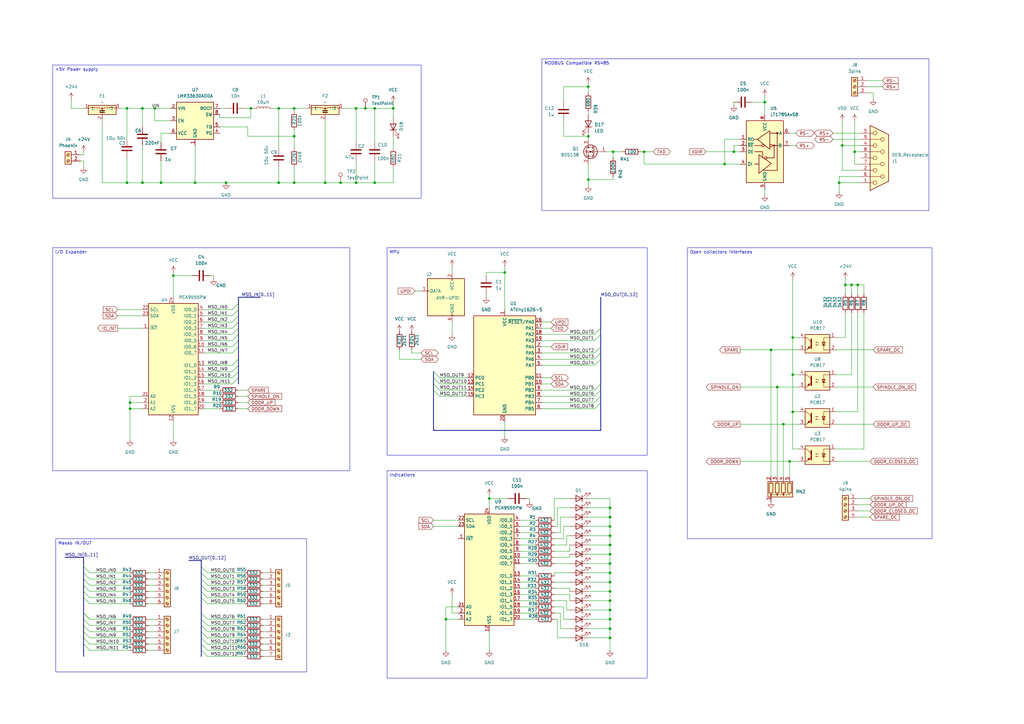
<source format=kicad_sch>
(kicad_sch (version 20231120) (generator "eeschema") (generator_version "8.0")
  (paper "A3")
  (title_block (title "CNC Central Control ") (date "2024-08-11") (rev "A") (comment 1 "Interface with the Masso/VFD and RS485"))
  (lib_symbols
    (symbol "ARex:NFM611R30"
      (property "Reference" "F" (at 0 0 0))
      (symbol "NFM611R30_1_1"
        (pin passive line (at -7.62 -3.81 0) (length 2.54) (name "1") (number "1"))
        (pin passive line (at 0 -8.89 90) (length 2.54) (name "2") (number "2"))
        (pin passive line (at 7.62 -3.81 180) (length 2.54) (name "3") (number "3"))
      )
    )
    (symbol "Connector:AVR-UPDI-6" (pin_names (offset 1.016))
      (property "Reference" "J" (at -6.35 8.89 0))
      (property "Value" "AVR-UPDI-6" (at 0 8.89 0))
      (symbol "AVR-UPDI-6_1_1"
        (pin passive line (at 10.16 2.54 180) (length 2.54) (name "DATA") (number "1"))
        (pin passive line (at -2.54 10.16 270) (length 2.54) (name "VCC") (number "2"))
        (pin no_connect line (at 7.62 0 180) (length 2.54) hide (name "NC") (number "3"))
        (pin no_connect line (at 7.62 -2.54 180) (length 2.54) hide (name "NC") (number "4"))
        (pin no_connect line (at 7.62 -5.08 180) (length 2.54) hide (name "NC") (number "5"))
        (pin passive line (at -2.54 -10.16 90) (length 2.54) (name "GND") (number "6"))
      )
    )
    (symbol "Connector:DE9_Receptacle" (pin_names (offset 1.016) hide)
      (property "Reference" "J" (at 0 13.97 0))
      (property "Value" "DE9_Receptacle" (at 0 -14.605 0))
      (symbol "DE9_Receptacle_1_1"
        (pin passive line (at -7.62 10.16 0) (length 3.81) (name "1") (number "1"))
        (pin passive line (at -7.62 5.08 0) (length 3.81) (name "2") (number "2"))
        (pin passive line (at -7.62 0 0) (length 3.81) (name "3") (number "3"))
        (pin passive line (at -7.62 -5.08 0) (length 3.81) (name "4") (number "4"))
        (pin passive line (at -7.62 -10.16 0) (length 3.81) (name "5") (number "5"))
        (pin passive line (at -7.62 7.62 0) (length 3.81) (name "6") (number "6"))
        (pin passive line (at -7.62 2.54 0) (length 3.81) (name "7") (number "7"))
        (pin passive line (at -7.62 -2.54 0) (length 3.81) (name "8") (number "8"))
        (pin passive line (at -7.62 -7.62 0) (length 3.81) (name "9") (number "9"))
      )
    )
    (symbol "Connector:Screw_Terminal_01x02" (pin_names (offset 1.016) hide)
      (property "Reference" "J" (at 0 2.54 0))
      (property "Value" "Screw_Terminal_01x02" (at 0 -5.08 0))
      (symbol "Screw_Terminal_01x02_1_1"
        (pin passive line (at -5.08 0 0) (length 3.81) (name "Pin_1") (number "1"))
        (pin passive line (at -5.08 -2.54 0) (length 3.81) (name "Pin_2") (number "2"))
      )
    )
    (symbol "Connector:Screw_Terminal_01x03" (pin_names (offset 1.016) hide)
      (property "Reference" "J" (at 0 5.08 0))
      (property "Value" "Screw_Terminal_01x03" (at 0 -5.08 0))
      (symbol "Screw_Terminal_01x03_1_1"
        (pin passive line (at -5.08 2.54 0) (length 3.81) (name "Pin_1") (number "1"))
        (pin passive line (at -5.08 0 0) (length 3.81) (name "Pin_2") (number "2"))
        (pin passive line (at -5.08 -2.54 0) (length 3.81) (name "Pin_3") (number "3"))
      )
    )
    (symbol "Connector:Screw_Terminal_01x04" (pin_names (offset 1.016) hide)
      (property "Reference" "J" (at 0 5.08 0))
      (property "Value" "Screw_Terminal_01x04" (at 0 -7.62 0))
      (symbol "Screw_Terminal_01x04_1_1"
        (pin passive line (at -5.08 2.54 0) (length 3.81) (name "Pin_1") (number "1"))
        (pin passive line (at -5.08 0 0) (length 3.81) (name "Pin_2") (number "2"))
        (pin passive line (at -5.08 -2.54 0) (length 3.81) (name "Pin_3") (number "3"))
        (pin passive line (at -5.08 -5.08 0) (length 3.81) (name "Pin_4") (number "4"))
      )
    )
    (symbol "Connector:Screw_Terminal_01x06" (pin_names (offset 1.016) hide)
      (property "Reference" "J" (at 0 7.62 0))
      (property "Value" "Screw_Terminal_01x06" (at 0 -10.16 0))
      (symbol "Screw_Terminal_01x06_1_1"
        (pin passive line (at -5.08 5.08 0) (length 3.81) (name "Pin_1") (number "1"))
        (pin passive line (at -5.08 2.54 0) (length 3.81) (name "Pin_2") (number "2"))
        (pin passive line (at -5.08 0 0) (length 3.81) (name "Pin_3") (number "3"))
        (pin passive line (at -5.08 -2.54 0) (length 3.81) (name "Pin_4") (number "4"))
        (pin passive line (at -5.08 -5.08 0) (length 3.81) (name "Pin_5") (number "5"))
        (pin passive line (at -5.08 -7.62 0) (length 3.81) (name "Pin_6") (number "6"))
      )
    )
    (symbol "Connector:Screw_Terminal_01x07" (pin_names (offset 1.016) hide)
      (property "Reference" "J" (at 0 10.16 0))
      (property "Value" "Screw_Terminal_01x07" (at 0 -10.16 0))
      (symbol "Screw_Terminal_01x07_1_1"
        (pin passive line (at -5.08 7.62 0) (length 3.81) (name "Pin_1") (number "1"))
        (pin passive line (at -5.08 5.08 0) (length 3.81) (name "Pin_2") (number "2"))
        (pin passive line (at -5.08 2.54 0) (length 3.81) (name "Pin_3") (number "3"))
        (pin passive line (at -5.08 0 0) (length 3.81) (name "Pin_4") (number "4"))
        (pin passive line (at -5.08 -2.54 0) (length 3.81) (name "Pin_5") (number "5"))
        (pin passive line (at -5.08 -5.08 0) (length 3.81) (name "Pin_6") (number "6"))
        (pin passive line (at -5.08 -7.62 0) (length 3.81) (name "Pin_7") (number "7"))
      )
    )
    (symbol "Connector:TestPoint" (pin_numbers hide) (pin_names (offset 0.762) hide)
      (property "Reference" "TP" (at 0 6.858 0))
      (property "Value" "TestPoint" (at 0 5.08 0))
      (symbol "TestPoint_1_1"
        (pin passive line (at 0 0 90) (length 2.54) (name "1") (number "1"))
      )
    )
    (symbol "Device:C" (pin_numbers hide) (pin_names (offset 0.254))
      (property "Reference" "C" (at 0.635 2.54 0))
      (property "Value" "C" (at 0.635 -2.54 0))
      (symbol "C_1_1"
        (pin passive line (at 0 3.81 270) (length 2.794) (name "~") (number "1"))
        (pin passive line (at 0 -3.81 90) (length 2.794) (name "~") (number "2"))
      )
    )
    (symbol "Device:L" (pin_numbers hide) (pin_names (offset 1.016) hide)
      (property "Reference" "L" (at -1.27 0 90))
      (property "Value" "L" (at 1.905 0 90))
      (symbol "L_1_1"
        (pin passive line (at 0 3.81 270) (length 1.27) (name "1") (number "1"))
        (pin passive line (at 0 -3.81 90) (length 1.27) (name "2") (number "2"))
      )
    )
    (symbol "Device:LED" (pin_numbers hide) (pin_names (offset 1.016) hide)
      (property "Reference" "D" (at 0 2.54 0))
      (property "Value" "LED" (at 0 -2.54 0))
      (symbol "LED_1_1"
        (pin passive line (at -3.81 0 0) (length 2.54) (name "K") (number "1"))
        (pin passive line (at 3.81 0 180) (length 2.54) (name "A") (number "2"))
      )
    )
    (symbol "Device:R" (pin_numbers hide) (pin_names (offset 0))
      (property "Reference" "R" (at 2.032 0 90))
      (property "Value" "R" (at 0 0 90))
      (symbol "R_1_1"
        (pin passive line (at 0 3.81 270) (length 1.27) (name "~") (number "1"))
        (pin passive line (at 0 -3.81 90) (length 1.27) (name "~") (number "2"))
      )
    )
    (symbol "Device:R_Network04" (pin_names (offset 0) hide)
      (property "Reference" "RN" (at -7.62 0 90))
      (property "Value" "R_Network04" (at 5.08 0 90))
      (symbol "R_Network04_1_1"
        (pin passive line (at -5.08 5.08 270) (length 2.54) (name "common") (number "1"))
        (pin passive line (at -5.08 -5.08 90) (length 1.27) (name "R1") (number "2"))
        (pin passive line (at -2.54 -5.08 90) (length 1.27) (name "R2") (number "3"))
        (pin passive line (at 0 -5.08 90) (length 1.27) (name "R3") (number "4"))
        (pin passive line (at 2.54 -5.08 90) (length 1.27) (name "R4") (number "5"))
      )
    )
    (symbol "Interface_Expansion:PCA9555PW"
      (property "Reference" "U" (at -8.89 24.13 0))
      (property "Value" "PCA9555PW" (at 6.35 24.13 0))
      (symbol "PCA9555PW_1_1"
        (pin open_collector line (at -12.7 12.7 0) (length 2.54) (name "~{INT}") (number "1"))
        (pin bidirectional line (at 12.7 5.08 180) (length 2.54) (name "IO0_6") (number "10"))
        (pin bidirectional line (at 12.7 2.54 180) (length 2.54) (name "IO0_7") (number "11"))
        (pin power_in line (at 0 -25.4 90) (length 2.54) (name "VSS") (number "12"))
        (pin bidirectional line (at 12.7 -2.54 180) (length 2.54) (name "IO1_0") (number "13"))
        (pin bidirectional line (at 12.7 -5.08 180) (length 2.54) (name "IO1_1") (number "14"))
        (pin bidirectional line (at 12.7 -7.62 180) (length 2.54) (name "IO1_2") (number "15"))
        (pin bidirectional line (at 12.7 -10.16 180) (length 2.54) (name "IO1_3") (number "16"))
        (pin bidirectional line (at 12.7 -12.7 180) (length 2.54) (name "IO1_4") (number "17"))
        (pin bidirectional line (at 12.7 -15.24 180) (length 2.54) (name "IO1_5") (number "18"))
        (pin bidirectional line (at 12.7 -17.78 180) (length 2.54) (name "IO1_6") (number "19"))
        (pin input line (at -12.7 -17.78 0) (length 2.54) (name "A1") (number "2"))
        (pin bidirectional line (at 12.7 -20.32 180) (length 2.54) (name "IO1_7") (number "20"))
        (pin input line (at -12.7 -15.24 0) (length 2.54) (name "A0") (number "21"))
        (pin input line (at -12.7 20.32 0) (length 2.54) (name "SCL") (number "22"))
        (pin bidirectional line (at -12.7 17.78 0) (length 2.54) (name "SDA") (number "23"))
        (pin power_in line (at 0 25.4 270) (length 2.54) (name "VDD") (number "24"))
        (pin input line (at -12.7 -20.32 0) (length 2.54) (name "A2") (number "3"))
        (pin bidirectional line (at 12.7 20.32 180) (length 2.54) (name "IO0_0") (number "4"))
        (pin bidirectional line (at 12.7 17.78 180) (length 2.54) (name "IO0_1") (number "5"))
        (pin bidirectional line (at 12.7 15.24 180) (length 2.54) (name "IO0_2") (number "6"))
        (pin bidirectional line (at 12.7 12.7 180) (length 2.54) (name "IO0_3") (number "7"))
        (pin bidirectional line (at 12.7 10.16 180) (length 2.54) (name "IO0_4") (number "8"))
        (pin bidirectional line (at 12.7 7.62 180) (length 2.54) (name "IO0_5") (number "9"))
      )
    )
    (symbol "Interface_UART:LT1785AxS8"
      (property "Reference" "U" (at -6.985 13.97 0))
      (property "Value" "LT1785AxS8" (at 7.62 13.97 0))
      (symbol "LT1785AxS8_1_1"
        (pin output line (at -10.16 5.08 0) (length 2.54) (name "RO") (number "1"))
        (pin input line (at -10.16 2.54 0) (length 2.54) (name "~{RE}") (number "2"))
        (pin input line (at -10.16 0 0) (length 2.54) (name "DE") (number "3"))
        (pin input line (at -10.16 -5.08 0) (length 2.54) (name "DI") (number "4"))
        (pin power_in line (at 0 -15.24 90) (length 2.54) (name "GND") (number "5"))
        (pin bidirectional line (at 10.16 7.62 180) (length 2.54) (name "A") (number "6"))
        (pin bidirectional line (at 10.16 2.54 180) (length 2.54) (name "B") (number "7"))
        (pin power_in line (at 0 15.24 270) (length 2.54) (name "VCC") (number "8"))
      )
    )
    (symbol "Isolator:PC817" (pin_names (offset 1.016))
      (property "Reference" "U" (at -5.08 5.08 0))
      (property "Value" "PC817" (at 0 5.08 0))
      (symbol "PC817_1_1"
        (pin passive line (at -7.62 2.54 0) (length 2.54) (name "~") (number "1"))
        (pin passive line (at -7.62 -2.54 0) (length 2.54) (name "~") (number "2"))
        (pin passive line (at 7.62 -2.54 180) (length 2.54) (name "~") (number "3"))
        (pin passive line (at 7.62 2.54 180) (length 2.54) (name "~") (number "4"))
      )
    )
    (symbol "MCU_Microchip_ATtiny:ATtiny3226-S"
      (property "Reference" "U" (at -12.7 21.59 0))
      (property "Value" "ATtiny3226-S" (at 2.54 -21.59 0))
      (symbol "ATtiny3226-S_1_1"
        (pin power_in line (at 0 22.86 270) (length 2.54) (name "VCC") (number "1"))
        (pin bidirectional line (at 15.24 -7.62 180) (length 2.54) (name "PB1") (number "10"))
        (pin bidirectional line (at 15.24 -5.08 180) (length 2.54) (name "PB0") (number "11"))
        (pin bidirectional line (at -15.24 -5.08 0) (length 2.54) (name "PC0") (number "12"))
        (pin bidirectional line (at -15.24 -7.62 0) (length 2.54) (name "PC1") (number "13"))
        (pin bidirectional line (at -15.24 -10.16 0) (length 2.54) (name "PC2") (number "14"))
        (pin bidirectional line (at -15.24 -12.7 0) (length 2.54) (name "PC3") (number "15"))
        (pin bidirectional line (at 15.24 17.78 180) (length 2.54) (name "~{RESET}/PA0") (number "16"))
        (pin bidirectional line (at 15.24 15.24 180) (length 2.54) (name "PA1") (number "17"))
        (pin bidirectional line (at 15.24 12.7 180) (length 2.54) (name "PA2") (number "18"))
        (pin bidirectional line (at 15.24 10.16 180) (length 2.54) (name "PA3") (number "19"))
        (pin bidirectional line (at 15.24 7.62 180) (length 2.54) (name "PA4") (number "2"))
        (pin power_in line (at 0 -22.86 90) (length 2.54) (name "GND") (number "20"))
        (pin bidirectional line (at 15.24 5.08 180) (length 2.54) (name "PA5") (number "3"))
        (pin bidirectional line (at 15.24 2.54 180) (length 2.54) (name "PA6") (number "4"))
        (pin bidirectional line (at 15.24 0 180) (length 2.54) (name "PA7") (number "5"))
        (pin bidirectional line (at 15.24 -17.78 180) (length 2.54) (name "PB5") (number "6"))
        (pin bidirectional line (at 15.24 -15.24 180) (length 2.54) (name "PB4") (number "7"))
        (pin bidirectional line (at 15.24 -12.7 180) (length 2.54) (name "PB3") (number "8"))
        (pin bidirectional line (at 15.24 -10.16 180) (length 2.54) (name "PB2") (number "9"))
      )
    )
    (symbol "Regulator_Switching:LMR33630ADDA"
      (property "Reference" "U" (at 0 11.43 0))
      (property "Value" "LMR33630ADDA" (at 0 8.89 0))
      (symbol "LMR33630ADDA_1_1"
        (pin power_in line (at 0 -10.16 90) (length 2.54) (name "GND") (number "1"))
        (pin power_in line (at -10.16 5.08 0) (length 2.54) (name "VIN") (number "2"))
        (pin input line (at -10.16 0 0) (length 2.54) (name "EN") (number "3"))
        (pin open_collector line (at 10.16 -5.08 180) (length 2.54) (name "PG") (number "4"))
        (pin input line (at 10.16 -2.54 180) (length 2.54) (name "FB") (number "5"))
        (pin power_out line (at -10.16 -5.08 0) (length 2.54) (name "VCC") (number "6"))
        (pin input line (at 10.16 5.08 180) (length 2.54) (name "BOOT") (number "7"))
        (pin output line (at 10.16 2.54 180) (length 2.54) (name "SW") (number "8"))
        (pin passive line (at 0 -10.16 90) (length 2.54) hide (name "GND") (number "9"))
      )
    )
    (symbol "Transistor_FET:BSS138" (pin_names hide)
      (property "Reference" "Q" (at 5.08 1.905 0))
      (property "Value" "BSS138" (at 5.08 0 0))
      (symbol "BSS138_1_1"
        (pin input line (at -5.08 0 0) (length 2.54) (name "G") (number "1"))
        (pin passive line (at 2.54 -5.08 90) (length 2.54) (name "S") (number "2"))
        (pin passive line (at 2.54 5.08 270) (length 2.54) (name "D") (number "3"))
      )
    )
    (symbol "power:+24V" (power) (pin_numbers hide) (pin_names (offset 0) hide)
      (property "Value" "+24V" (at 0 3.556 0))
      (symbol "+24V_1_1"
        (pin power_in line (at 0 0 90) (length 0) (name "~") (number "1"))
      )
    )
    (symbol "power:GND" (power) (pin_numbers hide) (pin_names (offset 0) hide)
      (property "Value" "GND" (at 0 -3.81 0))
      (symbol "GND_1_1"
        (pin power_in line (at 0 0 270) (length 0) (name "~") (number "1"))
      )
    )
    (symbol "power:VCC" (power) (pin_numbers hide) (pin_names (offset 0) hide)
      (property "Value" "VCC" (at 0 3.556 0))
      (symbol "VCC_1_1"
        (pin power_in line (at 0 0 90) (length 0) (name "~") (number "1"))
      )
    )
    (symbol "power:VDD" (power) (pin_numbers hide) (pin_names (offset 0) hide)
      (property "Value" "VDD" (at 0 3.556 0))
      (symbol "VDD_1_1"
        (pin power_in line (at 0 0 90) (length 0) (name "~") (number "1"))
      )
    )
  )
  (junction (at 351.79 116.84))
  (junction (at 161.29 44.45))
  (junction (at 153.67 74.93))
  (junction (at 250.19 208.28))
  (junction (at 250.19 215.9))
  (junction (at 200.66 204.47))
  (junction (at 250.19 254))
  (junction (at 300.99 62.23))
  (junction (at 146.05 74.93))
  (junction (at 120.65 44.45))
  (junction (at 321.31 173.99))
  (junction (at 318.77 158.75))
  (junction (at 345.44 59.69))
  (junction (at 58.42 74.93))
  (junction (at 241.3 35.56))
  (junction (at 250.19 261.62))
  (junction (at 297.18 67.31))
  (junction (at 250.19 246.38))
  (junction (at 264.16 62.23))
  (junction (at 120.65 55.88))
  (junction (at 92.71 74.93))
  (junction (at 250.19 231.14))
  (junction (at 313.69 41.91))
  (junction (at 120.65 74.93))
  (junction (at 153.67 44.45))
  (junction (at 250.19 257.81))
  (junction (at 53.34 165.1))
  (junction (at 114.3 44.45))
  (junction (at 241.3 73.66))
  (junction (at 346.71 116.84))
  (junction (at 52.07 44.45))
  (junction (at 316.23 143.51))
  (junction (at 250.19 227.33))
  (junction (at 66.04 74.93))
  (junction (at 58.42 44.45))
  (junction (at 182.88 254))
  (junction (at 250.19 212.09))
  (junction (at 349.25 116.84))
  (junction (at 325.12 138.43))
  (junction (at 133.35 74.93))
  (junction (at 71.12 113.03))
  (junction (at 323.85 189.23))
  (junction (at 63.5 44.45))
  (junction (at 102.87 44.45))
  (junction (at 139.7 74.93))
  (junction (at 325.12 168.91))
  (junction (at 146.05 44.45))
  (junction (at 250.19 219.71))
  (junction (at 80.01 74.93))
  (junction (at 114.3 74.93))
  (junction (at 53.34 167.64))
  (junction (at 251.46 62.23))
  (junction (at 250.19 223.52))
  (junction (at 250.19 242.57))
  (junction (at 344.17 74.93))
  (junction (at 250.19 250.19))
  (junction (at 250.19 238.76))
  (junction (at 241.3 55.88))
  (junction (at 149.86 44.45))
  (junction (at 325.12 153.67))
  (junction (at 207.01 111.76))
  (junction (at 250.19 234.95))
  (junction (at 52.07 74.93))
  (junction (at 350.52 62.23))
  (bus_entry (at 82.55 254) (size 2.54 2.54))
  (bus_entry (at 82.55 259.08) (size 2.54 2.54))
  (bus_entry (at 34.29 259.08) (size 2.54 2.54))
  (bus_entry (at 97.79 142.24) (size -2.54 2.54))
  (bus_entry (at 177.8 157.48) (size 2.54 2.54))
  (bus_entry (at 34.29 232.41) (size 2.54 2.54))
  (bus_entry (at 246.38 144.78) (size -2.54 2.54))
  (bus_entry (at 82.55 245.11) (size 2.54 2.54))
  (bus_entry (at 177.8 160.02) (size 2.54 2.54))
  (bus_entry (at 82.55 264.16) (size 2.54 2.54))
  (bus_entry (at 177.8 154.94) (size 2.54 2.54))
  (bus_entry (at 97.79 152.4) (size -2.54 2.54))
  (bus_entry (at 34.29 237.49) (size 2.54 2.54))
  (bus_entry (at 97.79 147.32) (size -2.54 2.54))
  (bus_entry (at 34.29 240.03) (size 2.54 2.54))
  (bus_entry (at 246.38 160.02) (size -2.54 2.54))
  (bus_entry (at 82.55 242.57) (size 2.54 2.54))
  (bus_entry (at 82.55 234.95) (size 2.54 2.54))
  (bus_entry (at 82.55 256.54) (size 2.54 2.54))
  (bus_entry (at 97.79 129.54) (size -2.54 2.54))
  (bus_entry (at 34.29 234.95) (size 2.54 2.54))
  (bus_entry (at 246.38 142.24) (size -2.54 2.54))
  (bus_entry (at 97.79 127) (size -2.54 2.54))
  (bus_entry (at 97.79 149.86) (size -2.54 2.54))
  (bus_entry (at 34.29 251.46) (size 2.54 2.54))
  (bus_entry (at 246.38 162.56) (size -2.54 2.54))
  (bus_entry (at 34.29 245.11) (size 2.54 2.54))
  (bus_entry (at 34.29 254) (size 2.54 2.54))
  (bus_entry (at 34.29 242.57) (size 2.54 2.54))
  (bus_entry (at 82.55 266.7) (size 2.54 2.54))
  (bus_entry (at 97.79 137.16) (size -2.54 2.54))
  (bus_entry (at 34.29 261.62) (size 2.54 2.54))
  (bus_entry (at 97.79 139.7) (size -2.54 2.54))
  (bus_entry (at 82.55 240.03) (size 2.54 2.54))
  (bus_entry (at 246.38 165.1) (size -2.54 2.54))
  (bus_entry (at 82.55 251.46) (size 2.54 2.54))
  (bus_entry (at 246.38 134.62) (size -2.54 2.54))
  (bus_entry (at 97.79 132.08) (size -2.54 2.54))
  (bus_entry (at 246.38 147.32) (size -2.54 2.54))
  (bus_entry (at 82.55 261.62) (size 2.54 2.54))
  (bus_entry (at 246.38 137.16) (size -2.54 2.54))
  (bus_entry (at 97.79 154.94) (size -2.54 2.54))
  (bus_entry (at 82.55 232.41) (size 2.54 2.54))
  (bus_entry (at 34.29 264.16) (size 2.54 2.54))
  (bus_entry (at 246.38 157.48) (size -2.54 2.54))
  (bus_entry (at 177.8 152.4) (size 2.54 2.54))
  (bus_entry (at 97.79 134.62) (size -2.54 2.54))
  (bus_entry (at 82.55 237.49) (size 2.54 2.54))
  (bus_entry (at 34.29 256.54) (size 2.54 2.54))
  (bus_entry (at 97.79 124.46) (size -2.54 2.54))
  (bus (pts (xy 82.55 254) (xy 82.55 256.54)))
  (wire (pts (xy 313.69 41.91) (xy 313.69 46.99)))
  (wire (pts (xy 29.21 40.64) (xy 29.21 44.45)))
  (wire (pts (xy 356.87 204.47) (xy 351.79 204.47)))
  (wire (pts (xy 228.6 261.62) (xy 233.68 261.62)))
  (wire (pts (xy 180.34 160.02) (xy 191.77 160.02)))
  (bus (pts (xy 34.29 264.16) (xy 34.29 261.62)))
  (bus (pts (xy 82.55 264.16) (xy 82.55 266.7)))
  (wire (pts (xy 300.99 62.23) (xy 303.53 62.23)))
  (wire (pts (xy 303.53 173.99) (xy 321.31 173.99)))
  (wire (pts (xy 313.69 77.47) (xy 313.69 80.01)))
  (wire (pts (xy 342.9 173.99) (xy 358.14 173.99)))
  (bus (pts (xy 82.55 259.08) (xy 82.55 261.62)))
  (bus (pts (xy 246.38 165.1) (xy 246.38 176.53)))
  (wire (pts (xy 251.46 62.23) (xy 248.92 62.23)))
  (wire (pts (xy 107.95 247.65) (xy 109.22 247.65)))
  (wire (pts (xy 241.3 55.88) (xy 231.14 55.88)))
  (wire (pts (xy 213.36 243.84) (xy 219.71 243.84)))
  (wire (pts (xy 308.61 41.91) (xy 313.69 41.91)))
  (wire (pts (xy 318.77 158.75) (xy 327.66 158.75)))
  (wire (pts (xy 41.91 74.93) (xy 52.07 74.93)))
  (wire (pts (xy 231.14 254) (xy 233.68 254)))
  (wire (pts (xy 85.09 240.03) (xy 100.33 240.03)))
  (wire (pts (xy 36.83 237.49) (xy 53.34 237.49)))
  (bus (pts (xy 97.79 129.54) (xy 97.79 127)))
  (wire (pts (xy 222.25 160.02) (xy 243.84 160.02)))
  (wire (pts (xy 250.19 231.14) (xy 250.19 234.95)))
  (wire (pts (xy 231.14 215.9) (xy 233.68 215.9)))
  (wire (pts (xy 107.95 256.54) (xy 109.22 256.54)))
  (wire (pts (xy 71.12 113.03) (xy 78.74 113.03)))
  (wire (pts (xy 107.95 254) (xy 109.22 254)))
  (wire (pts (xy 83.82 160.02) (xy 90.17 160.02)))
  (wire (pts (xy 354.33 116.84) (xy 351.79 116.84)))
  (wire (pts (xy 58.42 162.56) (xy 53.34 162.56)))
  (wire (pts (xy 250.19 204.47) (xy 250.19 208.28)))
  (wire (pts (xy 102.87 44.45) (xy 104.14 44.45)))
  (wire (pts (xy 207.01 111.76) (xy 207.01 109.22)))
  (wire (pts (xy 85.09 264.16) (xy 100.33 264.16)))
  (wire (pts (xy 219.71 231.14) (xy 213.36 231.14)))
  (bus (pts (xy 34.29 237.49) (xy 34.29 234.95)))
  (wire (pts (xy 350.52 67.31) (xy 353.06 67.31)))
  (wire (pts (xy 36.83 247.65) (xy 53.34 247.65)))
  (wire (pts (xy 222.25 144.78) (xy 243.84 144.78)))
  (wire (pts (xy 180.34 162.56) (xy 191.77 162.56)))
  (wire (pts (xy 48.26 129.54) (xy 58.42 129.54)))
  (wire (pts (xy 170.18 119.38) (xy 172.72 119.38)))
  (wire (pts (xy 251.46 72.39) (xy 251.46 73.66)))
  (bus (pts (xy 97.79 132.08) (xy 97.79 129.54)))
  (wire (pts (xy 149.86 44.45) (xy 153.67 44.45)))
  (wire (pts (xy 83.82 142.24) (xy 95.25 142.24)))
  (wire (pts (xy 80.01 59.69) (xy 80.01 74.93)))
  (bus (pts (xy 246.38 137.16) (xy 246.38 142.24)))
  (wire (pts (xy 36.83 261.62) (xy 53.34 261.62)))
  (wire (pts (xy 241.3 204.47) (xy 250.19 204.47)))
  (wire (pts (xy 29.21 44.45) (xy 34.29 44.45)))
  (wire (pts (xy 83.82 134.62) (xy 95.25 134.62)))
  (wire (pts (xy 172.72 147.32) (xy 163.83 147.32)))
  (wire (pts (xy 185.42 109.22) (xy 185.42 111.76)))
  (wire (pts (xy 213.36 248.92) (xy 219.71 248.92)))
  (wire (pts (xy 213.36 241.3) (xy 219.71 241.3)))
  (wire (pts (xy 222.25 147.32) (xy 243.84 147.32)))
  (wire (pts (xy 300.99 41.91) (xy 300.99 43.18)))
  (wire (pts (xy 71.12 180.34) (xy 71.12 172.72)))
  (wire (pts (xy 83.82 162.56) (xy 90.17 162.56)))
  (wire (pts (xy 250.19 212.09) (xy 250.19 215.9)))
  (wire (pts (xy 120.65 44.45) (xy 120.65 45.72)))
  (wire (pts (xy 36.83 254) (xy 53.34 254)))
  (wire (pts (xy 90.17 44.45) (xy 92.71 44.45)))
  (wire (pts (xy 316.23 143.51) (xy 316.23 195.58)))
  (wire (pts (xy 87.63 113.03) (xy 86.36 113.03)))
  (wire (pts (xy 350.52 62.23) (xy 353.06 62.23)))
  (wire (pts (xy 213.36 246.38) (xy 219.71 246.38)))
  (wire (pts (xy 63.5 44.45) (xy 63.5 49.53)))
  (wire (pts (xy 222.25 165.1) (xy 243.84 165.1)))
  (wire (pts (xy 114.3 74.93) (xy 120.65 74.93)))
  (wire (pts (xy 241.3 234.95) (xy 250.19 234.95)))
  (wire (pts (xy 323.85 189.23) (xy 327.66 189.23)))
  (wire (pts (xy 250.19 215.9) (xy 250.19 219.71)))
  (wire (pts (xy 241.3 35.56) (xy 231.14 35.56)))
  (wire (pts (xy 92.71 74.93) (xy 80.01 74.93)))
  (wire (pts (xy 355.6 33.02) (xy 361.95 33.02)))
  (wire (pts (xy 227.33 254) (xy 228.6 254)))
  (wire (pts (xy 300.99 59.69) (xy 300.99 62.23)))
  (wire (pts (xy 346.71 138.43) (xy 342.9 138.43)))
  (wire (pts (xy 52.07 64.77) (xy 52.07 74.93)))
  (wire (pts (xy 146.05 74.93) (xy 146.05 66.04)))
  (wire (pts (xy 90.17 48.26) (xy 102.87 48.26)))
  (wire (pts (xy 83.82 165.1) (xy 90.17 165.1)))
  (wire (pts (xy 241.3 254) (xy 250.19 254)))
  (wire (pts (xy 264.16 62.23) (xy 264.16 67.31)))
  (wire (pts (xy 187.96 248.92) (xy 182.88 248.92)))
  (wire (pts (xy 353.06 72.39) (xy 344.17 72.39)))
  (wire (pts (xy 153.67 74.93) (xy 146.05 74.93)))
  (wire (pts (xy 71.12 113.03) (xy 71.12 121.92)))
  (wire (pts (xy 355.6 35.56) (xy 361.95 35.56)))
  (wire (pts (xy 354.33 128.27) (xy 354.33 184.15)))
  (wire (pts (xy 140.97 44.45) (xy 146.05 44.45)))
  (wire (pts (xy 323.85 59.69) (xy 326.39 59.69)))
  (wire (pts (xy 356.87 209.55) (xy 351.79 209.55)))
  (bus (pts (xy 82.55 245.11) (xy 82.55 251.46)))
  (wire (pts (xy 36.83 240.03) (xy 53.34 240.03)))
  (wire (pts (xy 33.02 63.5) (xy 34.29 63.5)))
  (wire (pts (xy 177.8 213.36) (xy 187.96 213.36)))
  (wire (pts (xy 90.17 48.26) (xy 90.17 46.99)))
  (wire (pts (xy 199.39 120.65) (xy 199.39 121.92)))
  (wire (pts (xy 48.26 134.62) (xy 58.42 134.62)))
  (wire (pts (xy 107.95 269.24) (xy 109.22 269.24)))
  (wire (pts (xy 241.3 67.31) (xy 241.3 73.66)))
  (wire (pts (xy 120.65 53.34) (xy 120.65 55.88)))
  (wire (pts (xy 350.52 49.53) (xy 350.52 62.23)))
  (wire (pts (xy 289.56 62.23) (xy 300.99 62.23)))
  (wire (pts (xy 241.3 227.33) (xy 250.19 227.33)))
  (bus (pts (xy 246.38 142.24) (xy 246.38 144.78)))
  (wire (pts (xy 36.83 264.16) (xy 53.34 264.16)))
  (wire (pts (xy 180.34 157.48) (xy 191.77 157.48)))
  (bus (pts (xy 97.79 124.46) (xy 97.79 121.92)))
  (wire (pts (xy 227.33 218.44) (xy 229.87 218.44)))
  (wire (pts (xy 85.09 256.54) (xy 100.33 256.54)))
  (wire (pts (xy 97.79 160.02) (xy 101.6 160.02)))
  (wire (pts (xy 318.77 195.58) (xy 318.77 158.75)))
  (wire (pts (xy 231.14 55.88) (xy 231.14 49.53)))
  (wire (pts (xy 255.27 62.23) (xy 251.46 62.23)))
  (wire (pts (xy 303.53 158.75) (xy 318.77 158.75)))
  (wire (pts (xy 325.12 114.3) (xy 325.12 138.43)))
  (wire (pts (xy 172.72 144.78) (xy 168.91 144.78)))
  (wire (pts (xy 102.87 48.26) (xy 102.87 44.45)))
  (wire (pts (xy 83.82 152.4) (xy 95.25 152.4)))
  (wire (pts (xy 200.66 203.2) (xy 200.66 204.47)))
  (wire (pts (xy 250.19 261.62) (xy 250.19 266.7)))
  (wire (pts (xy 85.09 259.08) (xy 100.33 259.08)))
  (wire (pts (xy 60.96 254) (xy 63.5 254)))
  (wire (pts (xy 233.68 243.84) (xy 233.68 246.38)))
  (wire (pts (xy 228.6 254) (xy 228.6 261.62)))
  (bus (pts (xy 82.55 261.62) (xy 82.55 264.16)))
  (bus (pts (xy 97.79 127) (xy 97.79 124.46)))
  (wire (pts (xy 227.33 238.76) (xy 233.68 238.76)))
  (wire (pts (xy 227.33 241.3) (xy 233.68 241.3)))
  (wire (pts (xy 351.79 128.27) (xy 351.79 168.91)))
  (wire (pts (xy 133.35 74.93) (xy 139.7 74.93)))
  (wire (pts (xy 182.88 248.92) (xy 182.88 254)))
  (wire (pts (xy 241.3 45.72) (xy 241.3 46.99)))
  (bus (pts (xy 97.79 157.48) (xy 97.79 154.94)))
  (wire (pts (xy 146.05 44.45) (xy 146.05 58.42)))
  (wire (pts (xy 229.87 212.09) (xy 233.68 212.09)))
  (wire (pts (xy 232.41 219.71) (xy 233.68 219.71)))
  (wire (pts (xy 83.82 139.7) (xy 95.25 139.7)))
  (wire (pts (xy 207.01 179.07) (xy 207.01 172.72)))
  (bus (pts (xy 82.55 242.57) (xy 82.55 245.11)))
  (wire (pts (xy 60.96 259.08) (xy 63.5 259.08)))
  (wire (pts (xy 60.96 256.54) (xy 63.5 256.54)))
  (bus (pts (xy 82.55 240.03) (xy 82.55 242.57)))
  (wire (pts (xy 229.87 218.44) (xy 229.87 212.09)))
  (bus (pts (xy 246.38 121.92) (xy 246.38 134.62)))
  (wire (pts (xy 349.25 120.65) (xy 349.25 116.84)))
  (wire (pts (xy 200.66 204.47) (xy 200.66 208.28)))
  (bus (pts (xy 97.79 121.92) (xy 106.68 121.92)))
  (wire (pts (xy 325.12 153.67) (xy 325.12 168.91)))
  (wire (pts (xy 358.14 38.1) (xy 358.14 40.64)))
  (wire (pts (xy 60.96 245.11) (xy 63.5 245.11)))
  (wire (pts (xy 60.96 261.62) (xy 63.5 261.62)))
  (wire (pts (xy 34.29 251.46) (xy 36.83 254)))
  (bus (pts (xy 97.79 152.4) (xy 97.79 149.86)))
  (wire (pts (xy 217.17 205.74) (xy 217.17 204.47)))
  (wire (pts (xy 182.88 254) (xy 182.88 266.7)))
  (wire (pts (xy 168.91 143.51) (xy 168.91 144.78)))
  (bus (pts (xy 34.29 234.95) (xy 34.29 232.41)))
  (bus (pts (xy 34.29 242.57) (xy 34.29 240.03)))
  (wire (pts (xy 199.39 111.76) (xy 207.01 111.76)))
  (wire (pts (xy 83.82 137.16) (xy 95.25 137.16)))
  (wire (pts (xy 227.33 213.36) (xy 227.33 204.47)))
  (wire (pts (xy 85.09 245.11) (xy 100.33 245.11)))
  (wire (pts (xy 323.85 189.23) (xy 323.85 195.58)))
  (wire (pts (xy 36.83 234.95) (xy 53.34 234.95)))
  (bus (pts (xy 82.55 237.49) (xy 82.55 240.03)))
  (wire (pts (xy 227.33 231.14) (xy 233.68 231.14)))
  (wire (pts (xy 85.09 261.62) (xy 100.33 261.62)))
  (wire (pts (xy 341.63 57.15) (xy 353.06 57.15)))
  (wire (pts (xy 250.19 257.81) (xy 250.19 261.62)))
  (wire (pts (xy 53.34 167.64) (xy 53.34 180.34)))
  (wire (pts (xy 241.3 54.61) (xy 241.3 55.88)))
  (wire (pts (xy 250.19 219.71) (xy 250.19 223.52)))
  (wire (pts (xy 83.82 144.78) (xy 95.25 144.78)))
  (wire (pts (xy 321.31 173.99) (xy 321.31 195.58)))
  (bus (pts (xy 177.8 157.48) (xy 177.8 160.02)))
  (wire (pts (xy 161.29 44.45) (xy 161.29 48.26)))
  (wire (pts (xy 107.95 264.16) (xy 109.22 264.16)))
  (wire (pts (xy 180.34 154.94) (xy 191.77 154.94)))
  (wire (pts (xy 85.09 237.49) (xy 100.33 237.49)))
  (wire (pts (xy 63.5 49.53) (xy 69.85 49.53)))
  (wire (pts (xy 107.95 261.62) (xy 109.22 261.62)))
  (wire (pts (xy 185.42 243.84) (xy 185.42 251.46)))
  (wire (pts (xy 303.53 189.23) (xy 323.85 189.23)))
  (wire (pts (xy 264.16 62.23) (xy 262.89 62.23)))
  (wire (pts (xy 325.12 168.91) (xy 325.12 184.15)))
  (wire (pts (xy 114.3 68.58) (xy 114.3 74.93)))
  (wire (pts (xy 222.25 149.86) (xy 243.84 149.86)))
  (wire (pts (xy 87.63 114.3) (xy 87.63 113.03)))
  (bus (pts (xy 97.79 142.24) (xy 97.79 139.7)))
  (wire (pts (xy 232.41 250.19) (xy 233.68 250.19)))
  (wire (pts (xy 349.25 153.67) (xy 342.9 153.67)))
  (wire (pts (xy 222.25 162.56) (xy 243.84 162.56)))
  (bus (pts (xy 97.79 137.16) (xy 97.79 134.62)))
  (wire (pts (xy 36.83 266.7) (xy 53.34 266.7)))
  (wire (pts (xy 303.53 67.31) (xy 297.18 67.31)))
  (wire (pts (xy 133.35 49.53) (xy 133.35 74.93)))
  (wire (pts (xy 313.69 39.37) (xy 313.69 41.91)))
  (wire (pts (xy 222.25 154.94) (xy 226.06 154.94)))
  (wire (pts (xy 250.19 254) (xy 250.19 257.81)))
  (wire (pts (xy 200.66 266.7) (xy 200.66 259.08)))
  (wire (pts (xy 303.53 143.51) (xy 316.23 143.51)))
  (wire (pts (xy 33.02 66.04) (xy 34.29 66.04)))
  (wire (pts (xy 264.16 67.31) (xy 297.18 67.31)))
  (wire (pts (xy 241.3 231.14) (xy 250.19 231.14)))
  (wire (pts (xy 52.07 44.45) (xy 52.07 57.15)))
  (wire (pts (xy 153.67 66.04) (xy 153.67 74.93)))
  (bus (pts (xy 246.38 162.56) (xy 246.38 165.1)))
  (wire (pts (xy 53.34 162.56) (xy 53.34 165.1)))
  (wire (pts (xy 69.85 44.45) (xy 63.5 44.45)))
  (wire (pts (xy 107.95 240.03) (xy 109.22 240.03)))
  (wire (pts (xy 344.17 74.93) (xy 353.06 74.93)))
  (wire (pts (xy 83.82 127) (xy 95.25 127)))
  (wire (pts (xy 233.68 228.6) (xy 233.68 227.33)))
  (wire (pts (xy 60.96 234.95) (xy 63.5 234.95)))
  (wire (pts (xy 251.46 73.66) (xy 241.3 73.66)))
  (bus (pts (xy 26.67 228.6) (xy 34.29 228.6)))
  (wire (pts (xy 107.95 245.11) (xy 109.22 245.11)))
  (wire (pts (xy 161.29 74.93) (xy 161.29 68.58)))
  (wire (pts (xy 219.71 226.06) (xy 213.36 226.06)))
  (wire (pts (xy 66.04 54.61) (xy 66.04 58.42)))
  (wire (pts (xy 229.87 251.46) (xy 229.87 257.81)))
  (wire (pts (xy 325.12 138.43) (xy 325.12 153.67)))
  (wire (pts (xy 120.65 55.88) (xy 120.65 60.96)))
  (wire (pts (xy 241.3 55.88) (xy 241.3 57.15)))
  (bus (pts (xy 246.38 134.62) (xy 246.38 137.16)))
  (wire (pts (xy 120.65 74.93) (xy 120.65 68.58)))
  (wire (pts (xy 41.91 49.53) (xy 41.91 74.93)))
  (wire (pts (xy 233.68 241.3) (xy 233.68 242.57)))
  (wire (pts (xy 227.33 234.95) (xy 233.68 234.95)))
  (wire (pts (xy 83.82 129.54) (xy 95.25 129.54)))
  (wire (pts (xy 114.3 44.45) (xy 114.3 60.96)))
  (bus (pts (xy 34.29 256.54) (xy 34.29 254)))
  (bus (pts (xy 177.8 160.02) (xy 177.8 176.53)))
  (wire (pts (xy 58.42 44.45) (xy 58.42 52.07)))
  (bus (pts (xy 97.79 139.7) (xy 97.79 137.16)))
  (wire (pts (xy 341.63 54.61) (xy 353.06 54.61)))
  (wire (pts (xy 83.82 154.94) (xy 95.25 154.94)))
  (wire (pts (xy 228.6 215.9) (xy 228.6 208.28)))
  (wire (pts (xy 327.66 184.15) (xy 325.12 184.15)))
  (wire (pts (xy 100.33 44.45) (xy 102.87 44.45)))
  (bus (pts (xy 34.29 261.62) (xy 34.29 259.08)))
  (wire (pts (xy 153.67 44.45) (xy 161.29 44.45)))
  (wire (pts (xy 161.29 55.88) (xy 161.29 60.96)))
  (wire (pts (xy 60.96 264.16) (xy 63.5 264.16)))
  (wire (pts (xy 213.36 238.76) (xy 219.71 238.76)))
  (wire (pts (xy 58.42 74.93) (xy 66.04 74.93)))
  (wire (pts (xy 241.3 223.52) (xy 250.19 223.52)))
  (wire (pts (xy 226.06 142.24) (xy 222.25 142.24)))
  (wire (pts (xy 222.25 139.7) (xy 243.84 139.7)))
  (bus (pts (xy 34.29 269.24) (xy 34.29 264.16)))
  (wire (pts (xy 321.31 173.99) (xy 327.66 173.99)))
  (wire (pts (xy 53.34 167.64) (xy 58.42 167.64)))
  (wire (pts (xy 241.3 212.09) (xy 250.19 212.09)))
  (wire (pts (xy 71.12 111.76) (xy 71.12 113.03)))
  (wire (pts (xy 219.71 213.36) (xy 213.36 213.36)))
  (wire (pts (xy 250.19 250.19) (xy 250.19 254)))
  (wire (pts (xy 251.46 62.23) (xy 251.46 64.77)))
  (wire (pts (xy 101.6 52.07) (xy 90.17 52.07)))
  (bus (pts (xy 82.55 251.46) (xy 82.55 254)))
  (wire (pts (xy 182.88 254) (xy 187.96 254)))
  (wire (pts (xy 36.83 259.08) (xy 53.34 259.08)))
  (bus (pts (xy 82.55 232.41) (xy 82.55 234.95)))
  (bus (pts (xy 82.55 229.87) (xy 82.55 232.41)))
  (wire (pts (xy 342.9 143.51) (xy 358.14 143.51)))
  (wire (pts (xy 241.3 35.56) (xy 241.3 38.1)))
  (wire (pts (xy 227.33 246.38) (xy 232.41 246.38)))
  (wire (pts (xy 34.29 62.23) (xy 34.29 63.5)))
  (wire (pts (xy 213.36 251.46) (xy 219.71 251.46)))
  (wire (pts (xy 83.82 157.48) (xy 95.25 157.48)))
  (wire (pts (xy 297.18 67.31) (xy 297.18 57.15)))
  (wire (pts (xy 163.83 143.51) (xy 163.83 147.32)))
  (wire (pts (xy 350.52 62.23) (xy 350.52 67.31)))
  (wire (pts (xy 241.3 246.38) (xy 250.19 246.38)))
  (wire (pts (xy 342.9 168.91) (xy 351.79 168.91)))
  (wire (pts (xy 107.95 266.7) (xy 109.22 266.7)))
  (wire (pts (xy 316.23 143.51) (xy 327.66 143.51)))
  (wire (pts (xy 349.25 128.27) (xy 349.25 153.67)))
  (wire (pts (xy 241.3 208.28) (xy 250.19 208.28)))
  (wire (pts (xy 227.33 223.52) (xy 232.41 223.52)))
  (wire (pts (xy 187.96 251.46) (xy 185.42 251.46)))
  (wire (pts (xy 52.07 44.45) (xy 49.53 44.45)))
  (wire (pts (xy 80.01 74.93) (xy 66.04 74.93)))
  (wire (pts (xy 199.39 111.76) (xy 199.39 113.03)))
  (wire (pts (xy 241.3 257.81) (xy 250.19 257.81)))
  (wire (pts (xy 219.71 218.44) (xy 213.36 218.44)))
  (wire (pts (xy 219.71 228.6) (xy 213.36 228.6)))
  (wire (pts (xy 97.79 165.1) (xy 101.6 165.1)))
  (wire (pts (xy 342.9 158.75) (xy 358.14 158.75)))
  (wire (pts (xy 213.36 236.22) (xy 219.71 236.22)))
  (bus (pts (xy 177.8 176.53) (xy 246.38 176.53)))
  (wire (pts (xy 227.33 215.9) (xy 228.6 215.9)))
  (wire (pts (xy 342.9 184.15) (xy 354.33 184.15)))
  (wire (pts (xy 222.25 132.08) (xy 226.06 132.08)))
  (wire (pts (xy 101.6 167.64) (xy 97.79 167.64)))
  (bus (pts (xy 77.47 229.87) (xy 82.55 229.87)))
  (wire (pts (xy 153.67 44.45) (xy 153.67 58.42)))
  (wire (pts (xy 222.25 134.62) (xy 226.06 134.62)))
  (wire (pts (xy 228.6 208.28) (xy 233.68 208.28)))
  (wire (pts (xy 36.83 256.54) (xy 53.34 256.54)))
  (wire (pts (xy 101.6 55.88) (xy 101.6 52.07)))
  (wire (pts (xy 325.12 153.67) (xy 327.66 153.67)))
  (wire (pts (xy 120.65 55.88) (xy 101.6 55.88)))
  (wire (pts (xy 227.33 251.46) (xy 229.87 251.46)))
  (wire (pts (xy 297.18 57.15) (xy 303.53 57.15)))
  (wire (pts (xy 36.83 242.57) (xy 53.34 242.57)))
  (bus (pts (xy 97.79 134.62) (xy 97.79 132.08)))
  (wire (pts (xy 303.53 59.69) (xy 300.99 59.69)))
  (wire (pts (xy 146.05 44.45) (xy 149.86 44.45)))
  (wire (pts (xy 229.87 257.81) (xy 233.68 257.81)))
  (wire (pts (xy 60.96 247.65) (xy 63.5 247.65)))
  (wire (pts (xy 241.3 242.57) (xy 250.19 242.57)))
  (wire (pts (xy 232.41 223.52) (xy 232.41 219.71)))
  (bus (pts (xy 34.29 245.11) (xy 34.29 242.57)))
  (wire (pts (xy 231.14 220.98) (xy 231.14 215.9)))
  (wire (pts (xy 207.01 111.76) (xy 207.01 127)))
  (wire (pts (xy 232.41 246.38) (xy 232.41 250.19)))
  (wire (pts (xy 219.71 215.9) (xy 213.36 215.9)))
  (wire (pts (xy 60.96 266.7) (xy 63.5 266.7)))
  (wire (pts (xy 325.12 138.43) (xy 327.66 138.43)))
  (wire (pts (xy 114.3 44.45) (xy 120.65 44.45)))
  (wire (pts (xy 58.42 165.1) (xy 53.34 165.1)))
  (bus (pts (xy 246.38 147.32) (xy 246.38 157.48)))
  (wire (pts (xy 326.39 54.61) (xy 323.85 54.61)))
  (wire (pts (xy 222.25 137.16) (xy 243.84 137.16)))
  (wire (pts (xy 83.82 167.64) (xy 90.17 167.64)))
  (wire (pts (xy 345.44 49.53) (xy 345.44 59.69)))
  (wire (pts (xy 241.3 219.71) (xy 250.19 219.71)))
  (wire (pts (xy 233.68 226.06) (xy 233.68 223.52)))
  (bus (pts (xy 34.29 251.46) (xy 34.29 245.11)))
  (bus (pts (xy 82.55 266.7) (xy 82.55 269.24)))
  (wire (pts (xy 250.19 223.52) (xy 250.19 227.33)))
  (wire (pts (xy 85.09 254) (xy 100.33 254)))
  (wire (pts (xy 355.6 38.1) (xy 358.14 38.1)))
  (wire (pts (xy 325.12 168.91) (xy 327.66 168.91)))
  (wire (pts (xy 250.19 246.38) (xy 250.19 250.19)))
  (wire (pts (xy 185.42 137.16) (xy 185.42 132.08)))
  (wire (pts (xy 60.96 240.03) (xy 63.5 240.03)))
  (wire (pts (xy 231.14 35.56) (xy 231.14 41.91)))
  (wire (pts (xy 250.19 238.76) (xy 250.19 242.57)))
  (wire (pts (xy 250.19 242.57) (xy 250.19 246.38)))
  (wire (pts (xy 344.17 74.93) (xy 344.17 78.74)))
  (wire (pts (xy 267.97 62.23) (xy 264.16 62.23)))
  (wire (pts (xy 227.33 226.06) (xy 233.68 226.06)))
  (wire (pts (xy 85.09 266.7) (xy 100.33 266.7)))
  (wire (pts (xy 85.09 234.95) (xy 100.33 234.95)))
  (bus (pts (xy 97.79 154.94) (xy 97.79 152.4)))
  (wire (pts (xy 250.19 234.95) (xy 250.19 238.76)))
  (wire (pts (xy 354.33 120.65) (xy 354.33 116.84)))
  (wire (pts (xy 139.7 74.93) (xy 146.05 74.93)))
  (bus (pts (xy 246.38 157.48) (xy 246.38 160.02)))
  (wire (pts (xy 34.29 66.04) (xy 34.29 68.58)))
  (bus (pts (xy 82.55 256.54) (xy 82.55 259.08)))
  (wire (pts (xy 69.85 54.61) (xy 66.04 54.61)))
  (wire (pts (xy 66.04 74.93) (xy 66.04 66.04)))
  (wire (pts (xy 250.19 227.33) (xy 250.19 231.14)))
  (bus (pts (xy 246.38 144.78) (xy 246.38 147.32)))
  (wire (pts (xy 227.33 228.6) (xy 233.68 228.6)))
  (wire (pts (xy 222.25 167.64) (xy 243.84 167.64)))
  (bus (pts (xy 97.79 149.86) (xy 97.79 147.32)))
  (wire (pts (xy 200.66 204.47) (xy 208.28 204.47)))
  (wire (pts (xy 107.95 259.08) (xy 109.22 259.08)))
  (wire (pts (xy 97.79 162.56) (xy 101.6 162.56)))
  (wire (pts (xy 36.83 245.11) (xy 53.34 245.11)))
  (wire (pts (xy 111.76 44.45) (xy 114.3 44.45)))
  (wire (pts (xy 345.44 59.69) (xy 353.06 59.69)))
  (wire (pts (xy 58.42 59.69) (xy 58.42 74.93)))
  (wire (pts (xy 241.3 215.9) (xy 250.19 215.9)))
  (wire (pts (xy 63.5 44.45) (xy 58.42 44.45)))
  (bus (pts (xy 34.29 254) (xy 34.29 251.46)))
  (bus (pts (xy 34.29 240.03) (xy 34.29 237.49)))
  (wire (pts (xy 107.95 237.49) (xy 109.22 237.49)))
  (wire (pts (xy 83.82 149.86) (xy 95.25 149.86)))
  (wire (pts (xy 346.71 116.84) (xy 349.25 116.84)))
  (wire (pts (xy 161.29 44.45) (xy 161.29 41.91)))
  (wire (pts (xy 356.87 212.09) (xy 351.79 212.09)))
  (wire (pts (xy 107.95 242.57) (xy 109.22 242.57)))
  (wire (pts (xy 344.17 72.39) (xy 344.17 74.93)))
  (wire (pts (xy 231.14 248.92) (xy 231.14 254)))
  (wire (pts (xy 227.33 248.92) (xy 231.14 248.92)))
  (wire (pts (xy 250.19 208.28) (xy 250.19 212.09)))
  (wire (pts (xy 342.9 189.23) (xy 356.87 189.23)))
  (bus (pts (xy 177.8 152.4) (xy 177.8 154.94)))
  (wire (pts (xy 153.67 74.93) (xy 161.29 74.93)))
  (bus (pts (xy 177.8 154.94) (xy 177.8 157.48)))
  (wire (pts (xy 85.09 242.57) (xy 100.33 242.57)))
  (wire (pts (xy 53.34 165.1) (xy 53.34 167.64)))
  (wire (pts (xy 345.44 59.69) (xy 345.44 69.85)))
  (wire (pts (xy 217.17 204.47) (xy 215.9 204.47)))
  (wire (pts (xy 60.96 242.57) (xy 63.5 242.57)))
  (wire (pts (xy 227.33 220.98) (xy 231.14 220.98)))
  (wire (pts (xy 345.44 69.85) (xy 353.06 69.85)))
  (wire (pts (xy 227.33 204.47) (xy 233.68 204.47)))
  (wire (pts (xy 227.33 243.84) (xy 233.68 243.84)))
  (wire (pts (xy 356.87 207.01) (xy 351.79 207.01)))
  (wire (pts (xy 120.65 74.93) (xy 133.35 74.93)))
  (wire (pts (xy 213.36 254) (xy 219.71 254)))
  (wire (pts (xy 114.3 74.93) (xy 92.71 74.93)))
  (wire (pts (xy 241.3 261.62) (xy 250.19 261.62)))
  (bus (pts (xy 246.38 160.02) (xy 246.38 162.56)))
  (wire (pts (xy 177.8 215.9) (xy 187.96 215.9)))
  (wire (pts (xy 226.06 157.48) (xy 222.25 157.48)))
  (wire (pts (xy 346.71 116.84) (xy 346.71 120.65)))
  (wire (pts (xy 120.65 44.45) (xy 125.73 44.45)))
  (wire (pts (xy 346.71 114.3) (xy 346.71 116.84)))
  (wire (pts (xy 227.33 236.22) (xy 227.33 234.95)))
  (wire (pts (xy 107.95 234.95) (xy 109.22 234.95)))
  (wire (pts (xy 241.3 250.19) (xy 250.19 250.19)))
  (wire (pts (xy 60.96 237.49) (xy 63.5 237.49)))
  (bus (pts (xy 82.55 234.95) (xy 82.55 237.49)))
  (wire (pts (xy 241.3 238.76) (xy 250.19 238.76)))
  (wire (pts (xy 351.79 116.84) (xy 349.25 116.84)))
  (wire (pts (xy 241.3 73.66) (xy 241.3 76.2)))
  (wire (pts (xy 48.26 127) (xy 58.42 127)))
  (wire (pts (xy 241.3 34.29) (xy 241.3 35.56)))
  (wire (pts (xy 346.71 128.27) (xy 346.71 138.43)))
  (wire (pts (xy 85.09 269.24) (xy 100.33 269.24)))
  (bus (pts (xy 34.29 232.41) (xy 34.29 228.6)))
  (wire (pts (xy 85.09 247.65) (xy 100.33 247.65)))
  (wire (pts (xy 58.42 44.45) (xy 52.07 44.45)))
  (bus (pts (xy 34.29 259.08) (xy 34.29 256.54)))
  (wire (pts (xy 52.07 74.93) (xy 58.42 74.93)))
  (wire (pts (xy 351.79 120.65) (xy 351.79 116.84)))
  (bus (pts (xy 97.79 147.32) (xy 97.79 142.24)))
  (wire (pts (xy 219.71 220.98) (xy 213.36 220.98)))
  (wire (pts (xy 83.82 132.08) (xy 95.25 132.08)))
  (wire (pts (xy 219.71 223.52) (xy 213.36 223.52)))
  (text_box "Indications" (at 158.75 193.04 0) (size 106.68 85.09) (effects (font (size 1.27 1.27)) (justify left top)))
  (text_box "+5V Power supply" (at 21.59 26.67 0) (size 151.13 54.61) (effects (font (size 1.27 1.27)) (justify left top)))
  (text_box "Masso IN/OUT" (at 22.86 220.98 0) (size 102.87 54.61) (effects (font (size 1.27 1.27)) (justify left top)))
  (text_box "Open collectors interfaces" (at 281.94 101.6 0) (size 100.33 119.38) (effects (font (size 1.27 1.27)) (justify left top)))
  (text_box "I/O Expander" (at 21.59 101.6 0) (size 121.92 91.44) (effects (font (size 1.27 1.27)) (justify left top)))
  (text_box "MODBUS Compatible RS485" (at 222.25 24.13 0) (size 158.75 62.23) (effects (font (size 1.27 1.27)) (justify left top)))
  (text_box "MPU" (at 158.75 101.6 0) (size 106.68 85.09) (effects (font (size 1.27 1.27)) (justify left top)))
  (label "MSO_IN10" (at 39.37 264.16 0))
  (label "MSO_OUT12" (at 86.36 269.24 0))
  (label "VIN" (at 62.23 44.45 0))
  (label "MSO_IN[0..11]" (at 99.06 121.92 0))
  (label "MSO_OUT10" (at 180.34 157.48 0))
  (label "MSO_IN9" (at 39.37 261.62 0))
  (label "MSO_IN1" (at 39.37 237.49 0))
  (label "MSO_IN3" (at 85.09 134.62 0))
  (label "MSO_OUT7" (at 86.36 256.54 0))
  (label "MSO_OUT11" (at 180.34 160.02 0))
  (label "MSO_OUT6" (at 233.68 162.56 0))
  (label "MSO_OUT7" (at 233.68 165.1 0))
  (label "MSO_IN0" (at 85.09 127 0))
  (label "MSO_IN2" (at 39.37 240.03 0))
  (label "MSO_OUT1" (at 233.68 139.7 0))
  (label "MSO_OUT3" (at 233.68 147.32 0))
  (label "MSO_OUT5" (at 86.36 247.65 0))
  (label "MSO_IN8" (at 85.09 149.86 0))
  (label "MSO_IN3" (at 39.37 242.57 0))
  (label "MSO_IN7" (at 85.09 144.78 0))
  (label "MSO_OUT1" (at 86.36 237.49 0))
  (label "MSO_OUT4" (at 233.68 149.86 0))
  (label "MSO_IN6" (at 85.09 142.24 0))
  (label "MSO_IN2" (at 85.09 132.08 0))
  (label "MSO_IN5" (at 39.37 247.65 0))
  (label "MSO_OUT9" (at 180.34 154.94 0))
  (label "MSO_OUT8" (at 86.36 259.08 0))
  (label "MSO_OUT0" (at 86.36 234.95 0))
  (label "MSO_IN4" (at 39.37 245.11 0))
  (label "MSO_OUT10" (at 86.36 264.16 0))
  (label "MSO_IN5" (at 85.09 139.7 0))
  (label "MSO_IN7" (at 39.37 256.54 0))
  (label "MSO_IN8" (at 39.37 259.08 0))
  (label "MSO_OUT4" (at 86.36 245.11 0))
  (label "MSO_IN[0..11]" (at 26.67 228.6 0))
  (label "MSO_OUT9" (at 86.36 261.62 0))
  (label "MSO_OUT6" (at 86.36 254 0))
  (label "MSO_IN10" (at 85.09 154.94 0))
  (label "MSO_IN9" (at 85.09 152.4 0))
  (label "MSO_OUT0" (at 233.68 137.16 0))
  (label "MSO_OUT5" (at 233.68 160.02 0))
  (label "MSO_OUT12" (at 180.34 162.56 0))
  (label "MSO_IN0" (at 39.37 234.95 0))
  (label "MSO_IN11" (at 85.09 157.48 0))
  (label "MSO_IN11" (at 39.37 266.7 0))
  (label "MSO_OUT8" (at 233.68 167.64 0))
  (label "MSO_IN1" (at 85.09 129.54 0))
  (label "MSO_IN4" (at 85.09 137.16 0))
  (label "MSO_IN6" (at 39.37 254 0))
  (label "MSO_OUT[0..12]" (at 246.38 121.92 0))
  (label "MSO_OUT2" (at 233.68 144.78 0))
  (label "MSO_OUT11" (at 86.36 266.7 0))
  (label "MSO_OUT2" (at 86.36 240.03 0))
  (label "MSO_OUT[0..12]" (at 77.47 229.87 0))
  (label "MSO_OUT3" (at 86.36 242.57 0))
  (global_label "SPARE_OC" (shape input) (at 358.14 143.51 0) (property "Intersheetrefs" "${INTERSHEET_REFS}" (effects (hide yes))))
  (global_label "RS+" (shape bidirectional) (at 326.39 59.69 0) (property "Intersheetrefs" "${INTERSHEET_REFS}" (effects (hide yes))))
  (global_label "SDA" (shape tri_state) (at 172.72 147.32 0) (property "Intersheetrefs" "${INTERSHEET_REFS}" (effects (hide yes))))
  (global_label "RS-" (shape input) (at 361.95 33.02 0) (property "Intersheetrefs" "${INTERSHEET_REFS}" (effects (hide yes))))
  (global_label "SDA" (shape input) (at 177.8 215.9 180) (property "Intersheetrefs" "${INTERSHEET_REFS}" (effects (hide yes))))
  (global_label "DOOR_CLOSED_OC" (shape input) (at 356.87 209.55 0) (property "Intersheetrefs" "${INTERSHEET_REFS}" (effects (hide yes))))
  (global_label "SCL" (shape tri_state) (at 172.72 144.78 0) (property "Intersheetrefs" "${INTERSHEET_REFS}" (effects (hide yes))))
  (global_label "SDA" (shape tri_state) (at 226.06 157.48 0) (property "Intersheetrefs" "${INTERSHEET_REFS}" (effects (hide yes))))
  (global_label "RS+" (shape input) (at 361.95 35.56 0) (property "Intersheetrefs" "${INTERSHEET_REFS}" (effects (hide yes))))
  (global_label "SPINDLE_ON_OC" (shape input) (at 356.87 204.47 0) (property "Intersheetrefs" "${INTERSHEET_REFS}" (effects (hide yes))))
  (global_label "DOOR_UP_OC" (shape input) (at 358.14 173.99 0) (property "Intersheetrefs" "${INTERSHEET_REFS}" (effects (hide yes))))
  (global_label "SPINDLE_ON" (shape output) (at 303.53 158.75 180) (property "Intersheetrefs" "${INTERSHEET_REFS}" (effects (hide yes))))
  (global_label "SPARE" (shape input) (at 101.6 160.02 0) (property "Intersheetrefs" "${INTERSHEET_REFS}" (effects (hide yes))))
  (global_label "SPARE" (shape output) (at 303.53 143.51 180) (property "Intersheetrefs" "${INTERSHEET_REFS}" (effects (hide yes))))
  (global_label "XDIR" (shape input) (at 289.56 62.23 180) (property "Intersheetrefs" "${INTERSHEET_REFS}" (effects (hide yes))))
  (global_label "SCL" (shape input) (at 48.26 127 180) (property "Intersheetrefs" "${INTERSHEET_REFS}" (effects (hide yes))))
  (global_label "TXD" (shape bidirectional) (at 226.06 134.62 0) (property "Intersheetrefs" "${INTERSHEET_REFS}" (effects (hide yes))))
  (global_label "IO_INT" (shape output) (at 48.26 134.62 180) (property "Intersheetrefs" "${INTERSHEET_REFS}" (effects (hide yes))))
  (global_label "RS+" (shape bidirectional) (at 341.63 54.61 180) (property "Intersheetrefs" "${INTERSHEET_REFS}" (effects (hide yes))))
  (global_label "SCL" (shape tri_state) (at 226.06 154.94 0) (property "Intersheetrefs" "${INTERSHEET_REFS}" (effects (hide yes))))
  (global_label "TXD" (shape bidirectional) (at 267.97 62.23 0) (property "Intersheetrefs" "${INTERSHEET_REFS}" (effects (hide yes))))
  (global_label "SPARE_OC" (shape input) (at 356.87 212.09 0) (property "Intersheetrefs" "${INTERSHEET_REFS}" (effects (hide yes))))
  (global_label "RS-" (shape bidirectional) (at 341.63 57.15 180) (property "Intersheetrefs" "${INTERSHEET_REFS}" (effects (hide yes))))
  (global_label "DOOR_DOWN" (shape output) (at 303.53 189.23 180) (property "Intersheetrefs" "${INTERSHEET_REFS}" (effects (hide yes))))
  (global_label "RS-" (shape bidirectional) (at 326.39 54.61 0) (property "Intersheetrefs" "${INTERSHEET_REFS}" (effects (hide yes))))
  (global_label "SPINDLE_ON_OC" (shape input) (at 358.14 158.75 0) (property "Intersheetrefs" "${INTERSHEET_REFS}" (effects (hide yes))))
  (global_label "DOOR_UP" (shape output) (at 303.53 173.99 180) (property "Intersheetrefs" "${INTERSHEET_REFS}" (effects (hide yes))))
  (global_label "SDA" (shape input) (at 48.26 129.54 180) (property "Intersheetrefs" "${INTERSHEET_REFS}" (effects (hide yes))))
  (global_label "DOOR_UP" (shape input) (at 101.6 165.1 0) (property "Intersheetrefs" "${INTERSHEET_REFS}" (effects (hide yes))))
  (global_label "UPDI" (shape input) (at 226.06 132.08 0) (property "Intersheetrefs" "${INTERSHEET_REFS}" (effects (hide yes))))
  (global_label "SCL" (shape input) (at 177.8 213.36 180) (property "Intersheetrefs" "${INTERSHEET_REFS}" (effects (hide yes))))
  (global_label "DOOR_UP_OC" (shape input) (at 356.87 207.01 0) (property "Intersheetrefs" "${INTERSHEET_REFS}" (effects (hide yes))))
  (global_label "XDIR" (shape input) (at 226.06 142.24 0) (property "Intersheetrefs" "${INTERSHEET_REFS}" (effects (hide yes))))
  (global_label "SPINDLE_ON" (shape input) (at 101.6 162.56 0) (property "Intersheetrefs" "${INTERSHEET_REFS}" (effects (hide yes))))
  (global_label "DOOR_CLOSED_OC" (shape input) (at 356.87 189.23 0) (property "Intersheetrefs" "${INTERSHEET_REFS}" (effects (hide yes))))
  (global_label "DOOR_DOWN" (shape input) (at 101.6 167.64 0) (property "Intersheetrefs" "${INTERSHEET_REFS}" (effects (hide yes))))
  (global_label "UPDI" (shape input) (at 170.18 119.38 180) (property "Intersheetrefs" "${INTERSHEET_REFS}" (effects (hide yes))))
  (symbol (lib_id "Device:R") (at 223.52 215.9 90) (unit 1)
    (property "Reference" "R2" (at 218.44 214.63 90))
    (property "Value" "432" (at 223.266 215.9 90))
    (property "Footprint" "Resistor_SMD:R_1206_3216Metric_Pad1.30x1.75mm_HandSolder" (effects (hide yes)))
    (property "Description" "Resistor" (effects (hide yes)))
  )
  (symbol (lib_id "power:GND") (at 34.29 68.58 0) (mirror y) (unit 1)
    (property "Reference" "#PWR032" (effects (hide yes)))
    (property "Value" "GND" (at 34.29 73.66 0))
    (property "Description" "Power symbol creates a global label with name \"GND\" , ground" (effects (hide yes)))
  )
  (symbol (lib_id "Isolator:PC817") (at 335.28 171.45 0) (mirror y) (unit 1)
    (property "Reference" "U2" (at 335.28 162.56 0))
    (property "Value" "PC817" (at 335.28 165.1 0))
    (property "Footprint" "Package_DIP:DIP-4_W10.16mm" (effects (hide yes)))
    (property "Datasheet" "http://www.soselectronic.cz/a_info/resource/d/pc817.pdf" (effects (hide yes)))
    (property "Description" "DC Optocoupler, Vce 35V, CTR 50-300%, DIP-4" (effects (hide yes)))
  )
  (symbol (lib_id "Device:R") (at 223.52 243.84 90) (unit 1)
    (property "Reference" "R34" (at 218.44 242.824 90))
    (property "Value" "432" (at 223.52 243.84 90))
    (property "Footprint" "Resistor_SMD:R_1206_3216Metric_Pad1.30x1.75mm_HandSolder" (effects (hide yes)))
    (property "Description" "Resistor" (effects (hide yes)))
  )
  (symbol (lib_id "Device:R") (at 104.14 269.24 90) (unit 1)
    (property "Reference" "R67" (at 99.06 267.97 90))
    (property "Value" "332" (at 103.886 269.24 90))
    (property "Footprint" "Resistor_SMD:R_0805_2012Metric_Pad1.20x1.40mm_HandSolder" (effects (hide yes)))
    (property "Description" "Resistor" (effects (hide yes)))
  )
  (symbol (lib_id "power:VCC") (at 325.12 114.3 0) (unit 1)
    (property "Reference" "#PWR05" (effects (hide yes)))
    (property "Value" "VCC" (at 325.12 109.22 0))
    (property "Description" "Power symbol creates a global label with name \"VCC\"" (effects (hide yes)))
  )
  (symbol (lib_id "Device:R") (at 346.71 124.46 0) (mirror x) (unit 1)
    (property "Reference" "R5" (at 346.71 124.206 90))
    (property "Value" "3k32" (at 344.424 123.952 90))
    (property "Footprint" "Resistor_SMD:R_1206_3216Metric_Pad1.30x1.75mm_HandSolder" (effects (hide yes)))
    (property "Description" "Resistor" (effects (hide yes)))
  )
  (symbol (lib_id "Device:R") (at 57.15 266.7 90) (unit 1)
    (property "Reference" "R54" (at 52.07 265.43 90))
    (property "Value" "332" (at 56.896 266.7 90))
    (property "Footprint" "Resistor_SMD:R_0805_2012Metric_Pad1.20x1.40mm_HandSolder" (effects (hide yes)))
    (property "Description" "Resistor" (effects (hide yes)))
  )
  (symbol (lib_id "Device:R") (at 223.52 241.3 90) (unit 1)
    (property "Reference" "R33" (at 218.186 240.284 90))
    (property "Value" "432" (at 223.52 241.3 90))
    (property "Footprint" "Resistor_SMD:R_1206_3216Metric_Pad1.30x1.75mm_HandSolder" (effects (hide yes)))
    (property "Description" "Resistor" (effects (hide yes)))
  )
  (symbol (lib_id "Device:LED") (at 237.49 254 180) (unit 1)
    (property "Reference" "D14" (effects (hide yes)))
    (property "Value" "LED" (effects (hide yes)))
    (property "Footprint" "LED_THT:LED_D3.0mm" (effects (hide yes)))
    (property "Description" "Light emitting diode" (effects (hide yes)))
  )
  (symbol (lib_id "Device:C") (at 146.05 62.23 0) (unit 1)
    (property "Reference" "C2" (at 146.812 59.944 0) (effects (justify left)))
    (property "Value" "47u" (at 141.478 64.516 0) (effects (justify left)))
    (property "Footprint" "Capacitor_SMD:C_1210_3225Metric_Pad1.33x2.70mm_HandSolder" (effects (hide yes)))
    (property "Description" "Unpolarized capacitor" (effects (hide yes)))
  )
  (symbol (lib_id "Device:C") (at 66.04 62.23 0) (unit 1)
    (property "Reference" "C7" (at 69.85 60.9599 0) (effects (justify left)))
    (property "Value" "1u" (at 67.564 65.278 0) (effects (justify left)))
    (property "Footprint" "Capacitor_SMD:C_0805_2012Metric_Pad1.18x1.45mm_HandSolder" (effects (hide yes)))
    (property "Description" "Unpolarized capacitor" (effects (hide yes)))
  )
  (symbol (lib_id "Device:R") (at 57.15 237.49 90) (unit 1)
    (property "Reference" "R44" (at 52.07 236.22 90))
    (property "Value" "332" (at 56.896 237.49 90))
    (property "Footprint" "Resistor_SMD:R_0805_2012Metric_Pad1.20x1.40mm_HandSolder" (effects (hide yes)))
    (property "Description" "Resistor" (effects (hide yes)))
  )
  (symbol (lib_id "Device:R") (at 104.14 237.49 90) (unit 1)
    (property "Reference" "R56" (at 99.06 236.22 90))
    (property "Value" "332" (at 103.886 237.49 90))
    (property "Footprint" "Resistor_SMD:R_0805_2012Metric_Pad1.20x1.40mm_HandSolder" (effects (hide yes)))
    (property "Description" "Resistor" (effects (hide yes)))
  )
  (symbol (lib_id "power:GND") (at 182.88 266.7 0) (unit 1)
    (property "Reference" "#PWR08" (effects (hide yes)))
    (property "Value" "GND" (at 182.88 271.78 0))
    (property "Description" "Power symbol creates a global label with name \"GND\" , ground" (effects (hide yes)))
  )
  (symbol (lib_id "Device:LED") (at 237.49 238.76 180) (unit 1)
    (property "Reference" "D10" (effects (hide yes)))
    (property "Value" "LED" (effects (hide yes)))
    (property "Footprint" "LED_THT:LED_D3.0mm" (effects (hide yes)))
    (property "Description" "Light emitting diode" (effects (hide yes)))
  )
  (symbol (lib_id "Device:R") (at 57.15 242.57 90) (unit 1)
    (property "Reference" "R46" (at 52.07 241.3 90))
    (property "Value" "332" (at 56.896 242.57 90))
    (property "Footprint" "Resistor_SMD:R_0805_2012Metric_Pad1.20x1.40mm_HandSolder" (effects (hide yes)))
    (property "Description" "Resistor" (effects (hide yes)))
  )
  (symbol (lib_id "MCU_Microchip_ATtiny:ATtiny3226-S") (at 207.01 149.86 0) (unit 1)
    (property "Reference" "U1" (at 209.2041 124.46 0) (effects (justify left)))
    (property "Value" "ATtiny1626-S" (at 209.2041 127 0) (effects (justify left)))
    (property "Footprint" "Package_SO:SOIC-20W_7.5x12.8mm_P1.27mm" (effects (hide yes)))
    (property "Datasheet" "https://ww1.microchip.com/downloads/en/DeviceDoc/ATtiny3224-3226-3227-Data-Sheet-DS40002345A.pdf" (effects (hide yes)))
    (property "Description" "20MHz, 32kB Flash, 3kB SRAM, 256B EEPROM, SOIC-20" (effects (hide yes)))
  )
  (symbol (lib_id "Device:R") (at 93.98 160.02 90) (unit 1)
    (property "Reference" "R9" (at 88.9 158.75 90))
    (property "Value" "332" (at 93.726 160.02 90))
    (property "Footprint" "Resistor_SMD:R_0805_2012Metric_Pad1.20x1.40mm_HandSolder" (effects (hide yes)))
    (property "Description" "Resistor" (effects (hide yes)))
  )
  (symbol (lib_id "Device:R") (at 57.15 259.08 90) (unit 1)
    (property "Reference" "R51" (at 52.07 257.81 90))
    (property "Value" "332" (at 56.896 259.08 90))
    (property "Footprint" "Resistor_SMD:R_0805_2012Metric_Pad1.20x1.40mm_HandSolder" (effects (hide yes)))
    (property "Description" "Resistor" (effects (hide yes)))
  )
  (symbol (lib_id "Device:R") (at 104.14 256.54 90) (unit 1)
    (property "Reference" "R62" (at 99.06 255.27 90))
    (property "Value" "332" (at 103.886 256.54 90))
    (property "Footprint" "Resistor_SMD:R_0805_2012Metric_Pad1.20x1.40mm_HandSolder" (effects (hide yes)))
    (property "Description" "Resistor" (effects (hide yes)))
  )
  (symbol (lib_id "Device:R") (at 223.52 246.38 90) (unit 1)
    (property "Reference" "R35" (at 218.44 245.11 90))
    (property "Value" "432" (at 223.266 246.38 90))
    (property "Footprint" "Resistor_SMD:R_1206_3216Metric_Pad1.30x1.75mm_HandSolder" (effects (hide yes)))
    (property "Description" "Resistor" (effects (hide yes)))
  )
  (symbol (lib_id "Device:R") (at 223.52 231.14 90) (unit 1)
    (property "Reference" "R30" (at 218.44 229.87 90))
    (property "Value" "432" (at 223.266 231.14 90))
    (property "Footprint" "Resistor_SMD:R_1206_3216Metric_Pad1.30x1.75mm_HandSolder" (effects (hide yes)))
    (property "Description" "Resistor" (effects (hide yes)))
  )
  (symbol (lib_id "power:GND") (at 92.71 74.93 0) (mirror y) (unit 1)
    (property "Reference" "#PWR031" (effects (hide yes)))
    (property "Value" "GND" (at 92.71 80.01 0))
    (property "Description" "Power symbol creates a global label with name \"GND\" , ground" (effects (hide yes)))
  )
  (symbol (lib_id "Device:L") (at 107.95 44.45 90) (unit 1)
    (property "Reference" "L1" (at 107.95 39.37 90))
    (property "Value" "10uH" (at 107.95 41.91 90))
    (property "Footprint" "Inductor_SMD:L_Wuerth_HCM-7070" (effects (hide yes)))
    (property "Description" "Inductor" (effects (hide yes)))
  )
  (symbol (lib_id "Device:R") (at 120.65 64.77 0) (mirror x) (unit 1)
    (property "Reference" "R26" (at 120.65 64.516 90))
    (property "Value" "24k9" (at 122.936 64.516 90))
    (property "Footprint" "Resistor_SMD:R_0603_1608Metric_Pad0.98x0.95mm_HandSolder" (effects (hide yes)))
    (property "Description" "Resistor" (effects (hide yes)))
  )
  (symbol (lib_id "Device:C") (at 58.42 55.88 0) (unit 1)
    (property "Reference" "C6" (at 55.372 53.594 0) (effects (justify left)))
    (property "Value" "220nF" (at 59.436 58.674 0) (effects (justify left)))
    (property "Footprint" "Capacitor_SMD:C_0805_2012Metric_Pad1.18x1.45mm_HandSolder" (effects (hide yes)))
    (property "Description" "Unpolarized capacitor" (effects (hide yes)))
  )
  (symbol (lib_id "Interface_Expansion:PCA9555PW") (at 71.12 147.32 0) (unit 1)
    (property "Reference" "U4" (at 66.04 122.936 0) (effects (justify left)))
    (property "Value" "PCA9555PW" (at 73.3141 121.92 0) (effects (justify left)))
    (property "Footprint" "Package_SO:TSSOP-24_4.4x7.8mm_P0.65mm" (effects (hide yes)))
    (property "Datasheet" "https://www.nxp.com/docs/en/data-sheet/PCA9555.pdf" (effects (hide yes)))
    (property "Description" "IO expander 16 GPIO, I2C 400kHz, Interrupt, 2.3 - 5.5V, TSSOP-24" (effects (hide yes)))
  )
  (symbol (lib_id "Device:R") (at 104.14 261.62 90) (unit 1)
    (property "Reference" "R64" (at 99.06 260.35 90))
    (property "Value" "332" (at 103.886 261.62 90))
    (property "Footprint" "Resistor_SMD:R_0805_2012Metric_Pad1.20x1.40mm_HandSolder" (effects (hide yes)))
    (property "Description" "Resistor" (effects (hide yes)))
  )
  (symbol (lib_id "Connector:AVR-UPDI-6") (at 182.88 121.92 0) (mirror y) (unit 1)
    (property "Reference" "J2" (at 174.752 112.522 0) (effects (justify right)))
    (property "Value" "AVR-UPDI" (at 178.816 122.174 0) (effects (justify right)))
    (property "Footprint" "Connector_PinHeader_2.54mm:PinHeader_2x03_P2.54mm_Vertical" (effects (hide yes)))
    (property "Datasheet" "https://www.microchip.com/webdoc/GUID-9D10622A-5C16-4405-B092-1BDD437B4976/index.html?GUID-9B349315-2842-4189-B88C-49F4E1055D7F" (effects (hide yes)))
    (property "Description" "Atmel 6-pin UPDI connector" (effects (hide yes)))
  )
  (symbol (lib_id "Device:R") (at 104.14 259.08 90) (unit 1)
    (property "Reference" "R63" (at 99.06 257.81 90))
    (property "Value" "332" (at 103.886 259.08 90))
    (property "Footprint" "Resistor_SMD:R_0805_2012Metric_Pad1.20x1.40mm_HandSolder" (effects (hide yes)))
    (property "Description" "Resistor" (effects (hide yes)))
  )
  (symbol (lib_id "Device:R") (at 223.52 226.06 90) (unit 1)
    (property "Reference" "R28" (at 218.44 224.79 90))
    (property "Value" "432" (at 223.266 226.06 90))
    (property "Footprint" "Resistor_SMD:R_1206_3216Metric_Pad1.30x1.75mm_HandSolder" (effects (hide yes)))
    (property "Description" "Resistor" (effects (hide yes)))
  )
  (symbol (lib_id "Device:R") (at 93.98 167.64 90) (unit 1)
    (property "Reference" "R20" (at 89.154 166.37 90))
    (property "Value" "332" (at 93.98 167.64 90))
    (property "Footprint" "Resistor_SMD:R_0805_2012Metric_Pad1.20x1.40mm_HandSolder" (effects (hide yes)))
    (property "Description" "Resistor" (effects (hide yes)))
  )
  (symbol (lib_id "power:+24V") (at 29.21 40.64 0) (unit 1)
    (property "Reference" "#PWR029" (effects (hide yes)))
    (property "Value" "+24V" (at 29.21 35.56 0))
    (property "Description" "Power symbol creates a global label with name \"+24V\"" (effects (hide yes)))
  )
  (symbol (lib_id "Device:C") (at 231.14 45.72 0) (mirror x) (unit 1)
    (property "Reference" "C12" (at 227.33 44.4499 0) (effects (justify right)))
    (property "Value" "1u" (at 227.33 46.9899 0) (effects (justify right)))
    (property "Footprint" "Capacitor_SMD:C_0603_1608Metric_Pad1.08x0.95mm_HandSolder" (effects (hide yes)))
    (property "Description" "Unpolarized capacitor" (effects (hide yes)))
  )
  (symbol (lib_id "Isolator:PC817") (at 335.28 186.69 0) (mirror y) (unit 1)
    (property "Reference" "U3" (at 335.28 177.8 0))
    (property "Value" "PC817" (at 335.28 180.34 0))
    (property "Footprint" "Package_DIP:DIP-4_W10.16mm" (effects (hide yes)))
    (property "Datasheet" "http://www.soselectronic.cz/a_info/resource/d/pc817.pdf" (effects (hide yes)))
    (property "Description" "DC Optocoupler, Vce 35V, CTR 50-300%, DIP-4" (effects (hide yes)))
  )
  (symbol (lib_id "power:GND") (at 250.19 266.7 0) (unit 1)
    (property "Reference" "#PWR015" (effects (hide yes)))
    (property "Value" "GND" (at 250.19 271.78 0))
    (property "Description" "Power symbol creates a global label with name \"GND\" , ground" (effects (hide yes)))
  )
  (symbol (lib_id "Device:R") (at 57.15 254 90) (unit 1)
    (property "Reference" "R49" (at 52.07 252.73 90))
    (property "Value" "332" (at 56.896 254 90))
    (property "Footprint" "Resistor_SMD:R_0805_2012Metric_Pad1.20x1.40mm_HandSolder" (effects (hide yes)))
    (property "Description" "Resistor" (effects (hide yes)))
  )
  (symbol (lib_id "Connector:Screw_Terminal_01x07") (at 114.3 261.62 0) (unit 1)
    (property "Reference" "J3" (at 116.84 260.3499 0) (effects (justify left)))
    (property "Value" "7pins" (effects (hide yes)))
    (property "Footprint" "Connector_Phoenix_MC:PhoenixContact_MCV_1,5_7-G-3.81_1x07_P3.81mm_Vertical" (effects (hide yes)))
    (property "Description" "Generic screw terminal, single row, 01x07, script generated (kicad-library-utils/schlib/autogen/connector/)" (effects (hide yes)))
  )
  (symbol (lib_id "Device:LED") (at 237.49 242.57 180) (unit 1)
    (property "Reference" "D11" (effects (hide yes)))
    (property "Value" "LED" (effects (hide yes)))
    (property "Footprint" "LED_THT:LED_D3.0mm" (effects (hide yes)))
    (property "Description" "Light emitting diode" (effects (hide yes)))
  )
  (symbol (lib_id "power:GND") (at 313.69 80.01 0) (unit 1)
    (property "Reference" "#PWR025" (effects (hide yes)))
    (property "Value" "GND" (at 313.69 85.09 0))
    (property "Description" "Power symbol creates a global label with name \"GND\" , ground" (effects (hide yes)))
  )
  (symbol (lib_id "Device:R") (at 161.29 64.77 180) (unit 1)
    (property "Reference" "R11" (at 163.83 64.77 90))
    (property "Value" "680" (at 161.29 65.024 90))
    (property "Footprint" "Resistor_SMD:R_1206_3216Metric_Pad1.30x1.75mm_HandSolder" (effects (hide yes)))
    (property "Description" "Resistor" (effects (hide yes)))
  )
  (symbol (lib_id "Connector:Screw_Terminal_01x04") (at 346.71 207.01 0) (mirror y) (unit 1)
    (property "Reference" "J9" (at 346.71 198.12 0))
    (property "Value" "4pins" (at 346.71 200.66 0))
    (property "Footprint" "Connector_Phoenix_MC:PhoenixContact_MCV_1,5_4-G-3.81_1x04_P3.81mm_Vertical" (effects (hide yes)))
    (property "Description" "Generic screw terminal, single row, 01x04, script generated (kicad-library-utils/schlib/autogen/connector/)" (effects (hide yes)))
  )
  (symbol (lib_id "power:GND") (at 217.17 205.74 0) (unit 1)
    (property "Reference" "#PWR013" (effects (hide yes)))
    (property "Value" "GND" (at 220.218 208.534 0))
    (property "Description" "Power symbol creates a global label with name \"GND\" , ground" (effects (hide yes)))
  )
  (symbol (lib_id "power:VCC") (at 161.29 41.91 0) (unit 1)
    (property "Reference" "#PWR030" (effects (hide yes)))
    (property "Value" "VCC" (at 161.29 36.83 0))
    (property "Description" "Power symbol creates a global label with name \"VCC\"" (effects (hide yes)))
  )
  (symbol (lib_id "Device:C") (at 114.3 64.77 0) (unit 1)
    (property "Reference" "C9" (at 110.998 62.484 0) (effects (justify left)))
    (property "Value" "10u 50v" (at 109.22 67.818 90) (effects (justify left)))
    (property "Footprint" "Capacitor_SMD:C_1210_3225Metric_Pad1.33x2.70mm_HandSolder" (effects (hide yes)))
    (property "Description" "Unpolarized capacitor" (effects (hide yes)))
  )
  (symbol (lib_id "Device:R") (at 223.52 236.22 90) (unit 1)
    (property "Reference" "R31" (at 218.44 234.95 90))
    (property "Value" "432" (at 223.266 236.22 90))
    (property "Footprint" "Resistor_SMD:R_1206_3216Metric_Pad1.30x1.75mm_HandSolder" (effects (hide yes)))
    (property "Description" "Resistor" (effects (hide yes)))
  )
  (symbol (lib_id "power:+24V") (at 346.71 114.3 0) (unit 1)
    (property "Reference" "#PWR06" (effects (hide yes)))
    (property "Value" "+24V" (at 346.71 109.22 0))
    (property "Description" "Power symbol creates a global label with name \"+24V\"" (effects (hide yes)))
  )
  (symbol (lib_id "Device:C") (at 199.39 116.84 0) (unit 1)
    (property "Reference" "C1" (at 203.2 115.5699 0) (effects (justify left)))
    (property "Value" "1u" (at 203.2 118.1099 0) (effects (justify left)))
    (property "Footprint" "Capacitor_SMD:C_0805_2012Metric_Pad1.18x1.45mm_HandSolder" (effects (hide yes)))
    (property "Description" "Unpolarized capacitor" (effects (hide yes)))
  )
  (symbol (lib_id "Device:R") (at 223.52 238.76 90) (unit 1)
    (property "Reference" "R32" (at 218.186 237.744 90))
    (property "Value" "432" (at 223.52 239.014 90))
    (property "Footprint" "Resistor_SMD:R_1206_3216Metric_Pad1.30x1.75mm_HandSolder" (effects (hide yes)))
    (property "Description" "Resistor" (effects (hide yes)))
  )
  (symbol (lib_id "Device:LED") (at 237.49 212.09 180) (unit 1)
    (property "Reference" "D3" (effects (hide yes)))
    (property "Value" "LED" (effects (hide yes)))
    (property "Footprint" "LED_THT:LED_D3.0mm" (effects (hide yes)))
    (property "Description" "Light emitting diode" (effects (hide yes)))
  )
  (symbol (lib_id "Connector:Screw_Terminal_01x06") (at 68.58 259.08 0) (unit 1)
    (property "Reference" "J7" (at 71.12 259.0799 0) (effects (justify left)))
    (property "Value" "6pins" (effects (hide yes)))
    (property "Footprint" "Connector_Phoenix_MC:PhoenixContact_MCV_1,5_6-G-3.81_1x06_P3.81mm_Vertical" (effects (hide yes)))
    (property "Description" "Generic screw terminal, single row, 01x06, script generated (kicad-library-utils/schlib/autogen/connector/)" (effects (hide yes)))
  )
  (symbol (lib_id "Device:R") (at 120.65 49.53 0) (mirror x) (unit 1)
    (property "Reference" "R25" (at 120.65 49.276 90))
    (property "Value" "100k" (at 122.936 49.53 90))
    (property "Footprint" "Resistor_SMD:R_0603_1608Metric_Pad0.98x0.95mm_HandSolder" (effects (hide yes)))
    (property "Description" "Resistor" (effects (hide yes)))
  )
  (symbol (lib_id "ARex:NFM611R30") (at 41.91 40.64 0) (unit 1)
    (property "Reference" "F1" (at 41.91 39.37 0))
    (property "Value" "~" (at 41.91 41.91 0))
    (property "Footprint" "Adarwoo:Murata_NFM61R" (effects (hide yes)))
  )
  (symbol (lib_id "Connector:Screw_Terminal_01x03") (at 350.52 35.56 0) (mirror y) (unit 1)
    (property "Reference" "J8" (at 350.52 26.67 0))
    (property "Value" "3pins" (at 350.52 29.21 0))
    (property "Footprint" "Connector_Phoenix_MC:PhoenixContact_MCV_1,5_3-G-3.81_1x03_P3.81mm_Vertical" (effects (hide yes)))
    (property "Description" "Generic screw terminal, single row, 01x03, script generated (kicad-library-utils/schlib/autogen/connector/)" (effects (hide yes)))
  )
  (symbol (lib_id "Interface_Expansion:PCA9555PW") (at 200.66 233.68 0) (unit 1)
    (property "Reference" "U9" (at 202.8541 205.74 0) (effects (justify left)))
    (property "Value" "PCA9555PW" (at 202.8541 208.28 0) (effects (justify left)))
    (property "Footprint" "Package_SO:TSSOP-24_4.4x7.8mm_P0.65mm" (effects (hide yes)))
    (property "Datasheet" "https://www.nxp.com/docs/en/data-sheet/PCA9555.pdf" (effects (hide yes)))
    (property "Description" "IO expander 16 GPIO, I2C 400kHz, Interrupt, 2.3 - 5.5V, TSSOP-24" (effects (hide yes)))
  )
  (symbol (lib_id "Device:R") (at 223.52 218.44 90) (unit 1)
    (property "Reference" "R3" (at 218.44 217.17 90))
    (property "Value" "432" (at 223.266 218.44 90))
    (property "Footprint" "Resistor_SMD:R_1206_3216Metric_Pad1.30x1.75mm_HandSolder" (effects (hide yes)))
    (property "Description" "Resistor" (effects (hide yes)))
  )
  (symbol (lib_id "Device:R") (at 223.52 254 90) (unit 1)
    (property "Reference" "R38" (at 218.694 252.73 90))
    (property "Value" "432" (at 223.52 254 90))
    (property "Footprint" "Resistor_SMD:R_1206_3216Metric_Pad1.30x1.75mm_HandSolder" (effects (hide yes)))
    (property "Description" "Resistor" (effects (hide yes)))
  )
  (symbol (lib_id "power:VCC") (at 71.12 111.76 0) (unit 1)
    (property "Reference" "#PWR020" (effects (hide yes)))
    (property "Value" "VCC" (at 71.12 106.68 0))
    (property "Description" "Power symbol creates a global label with name \"VCC\"" (effects (hide yes)))
  )
  (symbol (lib_id "Device:LED") (at 237.49 234.95 180) (unit 1)
    (property "Reference" "D9" (effects (hide yes)))
    (property "Value" "LED" (effects (hide yes)))
    (property "Footprint" "LED_THT:LED_D3.0mm" (effects (hide yes)))
    (property "Description" "Light emitting diode" (effects (hide yes)))
  )
  (symbol (lib_id "Device:R") (at 251.46 68.58 0) (mirror x) (unit 1)
    (property "Reference" "R40" (at 254.508 71.374 90))
    (property "Value" "100K" (at 251.46 68.58 90))
    (property "Footprint" "Resistor_SMD:R_1206_3216Metric_Pad1.30x1.75mm_HandSolder" (effects (hide yes)))
    (property "Description" "Resistor" (effects (hide yes)))
  )
  (symbol (lib_id "Device:R") (at 354.33 124.46 0) (mirror x) (unit 1)
    (property "Reference" "R8" (at 354.33 124.206 90))
    (property "Value" "3k32" (at 338.582 123.952 90))
    (property "Footprint" "Resistor_SMD:R_1206_3216Metric_Pad1.30x1.75mm_HandSolder" (effects (hide yes)))
    (property "Description" "Resistor" (effects (hide yes)))
  )
  (symbol (lib_id "power:VCC") (at 241.3 34.29 0) (mirror y) (unit 1)
    (property "Reference" "#PWR036" (effects (hide yes)))
    (property "Value" "VCC" (at 241.3 29.21 0))
    (property "Description" "Power symbol creates a global label with name \"VCC\"" (effects (hide yes)))
  )
  (symbol (lib_id "power:GND") (at 316.23 205.74 0) (unit 1)
    (property "Reference" "#PWR04" (effects (hide yes)))
    (property "Value" "GND" (at 316.23 210.82 0))
    (property "Description" "Power symbol creates a global label with name \"GND\" , ground" (effects (hide yes)))
  )
  (symbol (lib_id "Device:R") (at 57.15 264.16 90) (unit 1)
    (property "Reference" "R53" (at 52.07 262.89 90))
    (property "Value" "332" (at 56.896 264.16 90))
    (property "Footprint" "Resistor_SMD:R_0805_2012Metric_Pad1.20x1.40mm_HandSolder" (effects (hide yes)))
    (property "Description" "Resistor" (effects (hide yes)))
  )
  (symbol (lib_id "power:GND") (at 300.99 43.18 0) (unit 1)
    (property "Reference" "#PWR023" (effects (hide yes)))
    (property "Value" "GND" (at 300.99 48.26 0))
    (property "Description" "Power symbol creates a global label with name \"GND\" , ground" (effects (hide yes)))
  )
  (symbol (lib_id "Device:R") (at 104.14 234.95 90) (unit 1)
    (property "Reference" "R55" (at 99.06 233.68 90))
    (property "Value" "332" (at 103.886 234.95 90))
    (property "Footprint" "Resistor_SMD:R_0805_2012Metric_Pad1.20x1.40mm_HandSolder" (effects (hide yes)))
    (property "Description" "Resistor" (effects (hide yes)))
  )
  (symbol (lib_id "Device:R") (at 104.14 245.11 90) (unit 1)
    (property "Reference" "R59" (at 99.06 243.84 90))
    (property "Value" "332" (at 103.886 245.11 90))
    (property "Footprint" "Resistor_SMD:R_0805_2012Metric_Pad1.20x1.40mm_HandSolder" (effects (hide yes)))
    (property "Description" "Resistor" (effects (hide yes)))
  )
  (symbol (lib_id "Connector:TestPoint") (at 149.86 44.45 0) (unit 1)
    (property "Reference" "TP1" (at 152.4 39.8779 0) (effects (justify left)))
    (property "Value" "TestPoint" (at 152.4 42.4179 0) (effects (justify left)))
    (property "Footprint" "TestPoint:TestPoint_Loop_D3.50mm_Drill0.9mm_Beaded" (effects (hide yes)))
    (property "Description" "test point" (effects (hide yes)))
  )
  (symbol (lib_id "Device:R") (at 104.14 247.65 90) (unit 1)
    (property "Reference" "R60" (at 99.06 246.38 90))
    (property "Value" "332" (at 103.886 247.65 90))
    (property "Footprint" "Resistor_SMD:R_0805_2012Metric_Pad1.20x1.40mm_HandSolder" (effects (hide yes)))
    (property "Description" "Resistor" (effects (hide yes)))
  )
  (symbol (lib_id "power:VCC") (at 168.91 135.89 0) (mirror y) (unit 1)
    (property "Reference" "#PWR028" (effects (hide yes)))
    (property "Value" "VCC" (at 168.91 130.81 0))
    (property "Description" "Power symbol creates a global label with name \"VCC\"" (effects (hide yes)))
  )
  (symbol (lib_id "Device:LED") (at 237.49 204.47 180) (unit 1)
    (property "Reference" "D1" (at 237.236 201.168 0))
    (property "Value" "LED" (effects (hide yes)))
    (property "Footprint" "LED_THT:LED_D3.0mm" (effects (hide yes)))
    (property "Description" "Light emitting diode" (effects (hide yes)))
  )
  (symbol (lib_id "power:VCC") (at 350.52 49.53 0) (unit 1)
    (property "Reference" "#PWR014" (effects (hide yes)))
    (property "Value" "VCC" (at 350.52 44.45 0))
    (property "Description" "Power symbol creates a global label with name \"VCC\"" (effects (hide yes)))
  )
  (symbol (lib_id "Device:R") (at 223.52 248.92 90) (unit 1)
    (property "Reference" "R36" (at 218.694 247.65 90))
    (property "Value" "432" (at 223.52 248.92 90))
    (property "Footprint" "Resistor_SMD:R_1206_3216Metric_Pad1.30x1.75mm_HandSolder" (effects (hide yes)))
    (property "Description" "Resistor" (effects (hide yes)))
  )
  (symbol (lib_id "power:GND") (at 207.01 179.07 0) (unit 1)
    (property "Reference" "#PWR03" (effects (hide yes)))
    (property "Value" "GND" (at 207.01 184.15 0))
    (property "Description" "Power symbol creates a global label with name \"GND\" , ground" (effects (hide yes)))
  )
  (symbol (lib_id "power:VCC") (at 207.01 109.22 0) (unit 1)
    (property "Reference" "#PWR02" (effects (hide yes)))
    (property "Value" "VCC" (at 207.01 104.14 0))
    (property "Description" "Power symbol creates a global label with name \"VCC\"" (effects (hide yes)))
  )
  (symbol (lib_id "power:GND") (at 185.42 137.16 0) (mirror y) (unit 1)
    (property "Reference" "#PWR011" (effects (hide yes)))
    (property "Value" "GND" (at 185.42 142.24 0))
    (property "Description" "Power symbol creates a global label with name \"GND\" , ground" (effects (hide yes)))
  )
  (symbol (lib_id "Device:LED") (at 237.49 231.14 180) (unit 1)
    (property "Reference" "D8" (effects (hide yes)))
    (property "Value" "LED" (effects (hide yes)))
    (property "Footprint" "LED_THT:LED_D3.0mm" (effects (hide yes)))
    (property "Description" "Light emitting diode" (effects (hide yes)))
  )
  (symbol (lib_id "Device:R") (at 57.15 234.95 90) (unit 1)
    (property "Reference" "R43" (at 52.07 233.68 90))
    (property "Value" "332" (at 56.896 234.95 90))
    (property "Footprint" "Resistor_SMD:R_0805_2012Metric_Pad1.20x1.40mm_HandSolder" (effects (hide yes)))
    (property "Description" "Resistor" (effects (hide yes)))
  )
  (symbol (lib_id "Device:R") (at 57.15 261.62 90) (unit 1)
    (property "Reference" "R52" (at 52.07 260.35 90))
    (property "Value" "332" (at 56.896 261.62 90))
    (property "Footprint" "Resistor_SMD:R_0805_2012Metric_Pad1.20x1.40mm_HandSolder" (effects (hide yes)))
    (property "Description" "Resistor" (effects (hide yes)))
  )
  (symbol (lib_id "Device:R") (at 223.52 223.52 90) (unit 1)
    (property "Reference" "R27" (at 218.44 222.25 90))
    (property "Value" "432" (at 223.266 223.52 90))
    (property "Footprint" "Resistor_SMD:R_1206_3216Metric_Pad1.30x1.75mm_HandSolder" (effects (hide yes)))
    (property "Description" "Resistor" (effects (hide yes)))
  )
  (symbol (lib_id "power:+24V") (at 34.29 62.23 0) (unit 1)
    (property "Reference" "#PWR033" (effects (hide yes)))
    (property "Value" "+24V" (at 34.29 57.15 0))
    (property "Description" "Power symbol creates a global label with name \"+24V\"" (effects (hide yes)))
  )
  (symbol (lib_id "ARex:NFM611R30") (at 133.35 40.64 0) (unit 1)
    (property "Reference" "F2" (at 133.35 39.37 0))
    (property "Value" "~" (at 133.35 41.91 0))
    (property "Footprint" "Adarwoo:Murata_NFM61R" (effects (hide yes)))
  )
  (symbol (lib_id "power:VCC") (at 163.83 135.89 0) (mirror y) (unit 1)
    (property "Reference" "#PWR027" (effects (hide yes)))
    (property "Value" "VCC" (at 163.83 130.81 0))
    (property "Description" "Power symbol creates a global label with name \"VCC\"" (effects (hide yes)))
  )
  (symbol (lib_id "Device:LED") (at 237.49 219.71 180) (unit 1)
    (property "Reference" "D5" (effects (hide yes)))
    (property "Value" "LED" (effects (hide yes)))
    (property "Footprint" "LED_THT:LED_D3.0mm" (effects (hide yes)))
    (property "Description" "Light emitting diode" (effects (hide yes)))
  )
  (symbol (lib_id "Isolator:PC817") (at 335.28 156.21 0) (mirror y) (unit 1)
    (property "Reference" "U8" (at 335.28 147.32 0))
    (property "Value" "PC817" (at 335.28 149.86 0))
    (property "Footprint" "Package_DIP:DIP-4_W10.16mm" (effects (hide yes)))
    (property "Datasheet" "http://www.soselectronic.cz/a_info/resource/d/pc817.pdf" (effects (hide yes)))
    (property "Description" "DC Optocoupler, Vce 35V, CTR 50-300%, DIP-4" (effects (hide yes)))
  )
  (symbol (lib_id "Device:LED") (at 237.49 246.38 180) (unit 1)
    (property "Reference" "D12" (effects (hide yes)))
    (property "Value" "LED" (effects (hide yes)))
    (property "Footprint" "LED_THT:LED_D3.0mm" (effects (hide yes)))
    (property "Description" "Light emitting diode" (effects (hide yes)))
  )
  (symbol (lib_id "Device:LED") (at 237.49 261.62 180) (unit 1)
    (property "Reference" "D16" (at 239.522 264.414 0))
    (property "Value" "LED" (effects (hide yes)))
    (property "Footprint" "LED_THT:LED_D3.0mm" (effects (hide yes)))
    (property "Description" "Light emitting diode" (effects (hide yes)))
  )
  (symbol (lib_id "Device:R") (at 57.15 256.54 90) (unit 1)
    (property "Reference" "R50" (at 52.07 255.27 90))
    (property "Value" "332" (at 56.896 256.54 90))
    (property "Footprint" "Resistor_SMD:R_0805_2012Metric_Pad1.20x1.40mm_HandSolder" (effects (hide yes)))
    (property "Description" "Resistor" (effects (hide yes)))
  )
  (symbol (lib_id "Device:R") (at 349.25 124.46 0) (mirror x) (unit 1)
    (property "Reference" "R6" (at 349.25 124.206 90))
    (property "Value" "3k32" (at 342.392 123.952 90))
    (property "Footprint" "Resistor_SMD:R_1206_3216Metric_Pad1.30x1.75mm_HandSolder" (effects (hide yes)))
    (property "Description" "Resistor" (effects (hide yes)))
  )
  (symbol (lib_id "Device:LED") (at 161.29 52.07 90) (unit 1)
    (property "Reference" "D18" (at 164.592 51.816 0))
    (property "Value" "LED" (effects (hide yes)))
    (property "Footprint" "LED_THT:LED_D3.0mm" (effects (hide yes)))
    (property "Description" "Light emitting diode" (effects (hide yes)))
  )
  (symbol (lib_id "Device:R") (at 104.14 266.7 90) (unit 1)
    (property "Reference" "R66" (at 99.06 265.43 90))
    (property "Value" "332" (at 103.886 266.7 90))
    (property "Footprint" "Resistor_SMD:R_0805_2012Metric_Pad1.20x1.40mm_HandSolder" (effects (hide yes)))
    (property "Description" "Resistor" (effects (hide yes)))
  )
  (symbol (lib_id "Connector:DE9_Receptacle") (at 360.68 64.77 0) (mirror x) (unit 1)
    (property "Reference" "J1" (at 365.76 66.0401 0) (effects (justify left)))
    (property "Value" "DE9_Receptacle" (at 365.76 63.5001 0) (effects (justify left)))
    (property "Footprint" "Connector_Dsub:DSUB-9_Female_Vertical_P2.77x2.84mm_MountingHoles" (effects (hide yes)))
    (property "Description" "9-pin female receptacle socket D-SUB connector" (effects (hide yes)))
  )
  (symbol (lib_id "power:GND") (at 199.39 121.92 0) (unit 1)
    (property "Reference" "#PWR01" (effects (hide yes)))
    (property "Value" "GND" (at 199.39 127 0))
    (property "Description" "Power symbol creates a global label with name \"GND\" , ground" (effects (hide yes)))
  )
  (symbol (lib_id "Device:R") (at 241.3 41.91 0) (mirror x) (unit 1)
    (property "Reference" "R39" (at 244.348 44.704 90))
    (property "Value" "680" (at 241.3 41.91 90))
    (property "Footprint" "Resistor_SMD:R_1206_3216Metric_Pad1.30x1.75mm_HandSolder" (effects (hide yes)))
    (property "Description" "Resistor" (effects (hide yes)))
  )
  (symbol (lib_id "Device:C") (at 52.07 60.96 0) (unit 1)
    (property "Reference" "C3" (at 48.768 58.674 0) (effects (justify left)))
    (property "Value" "10u 50v" (at 43.434 56.642 0) (effects (justify left)))
    (property "Footprint" "Capacitor_SMD:C_1210_3225Metric_Pad1.33x2.70mm_HandSolder" (effects (hide yes)))
    (property "Description" "Unpolarized capacitor" (effects (hide yes)))
  )
  (symbol (lib_id "Device:LED") (at 237.49 215.9 180) (unit 1)
    (property "Reference" "D4" (effects (hide yes)))
    (property "Value" "LED" (effects (hide yes)))
    (property "Footprint" "LED_THT:LED_D3.0mm" (effects (hide yes)))
    (property "Description" "Light emitting diode" (effects (hide yes)))
  )
  (symbol (lib_id "Device:R_Network04") (at 321.31 200.66 0) (mirror x) (unit 1)
    (property "Reference" "RN2" (at 326.39 201.6761 0) (effects (justify left)))
    (property "Value" "R_Network04" (effects (hide yes)))
    (property "Footprint" "Resistor_THT:R_Array_SIP5" (effects (hide yes)))
    (property "Datasheet" "http://www.vishay.com/docs/31509/csc.pdf" (effects (hide yes)))
    (property "Description" "4 resistor network, star topology, bussed resistors, small symbol" (effects (hide yes)))
  )
  (symbol (lib_id "Device:C") (at 82.55 113.03 90) (unit 1)
    (property "Reference" "C4" (at 82.55 105.41 90))
    (property "Value" "100n" (at 82.55 107.95 90))
    (property "Footprint" "Capacitor_SMD:C_0603_1608Metric_Pad1.08x0.95mm_HandSolder" (effects (hide yes)))
    (property "Description" "Unpolarized capacitor" (effects (hide yes)))
  )
  (symbol (lib_id "Device:R") (at 259.08 62.23 90) (mirror x) (unit 1)
    (property "Reference" "R41" (at 256.286 65.278 90))
    (property "Value" "100" (at 259.08 62.23 90))
    (property "Footprint" "Resistor_SMD:R_1206_3216Metric_Pad1.30x1.75mm_HandSolder" (effects (hide yes)))
    (property "Description" "Resistor" (effects (hide yes)))
  )
  (symbol (lib_id "Device:R") (at 57.15 240.03 90) (unit 1)
    (property "Reference" "R45" (at 52.07 238.76 90))
    (property "Value" "332" (at 56.896 240.03 90))
    (property "Footprint" "Resistor_SMD:R_0805_2012Metric_Pad1.20x1.40mm_HandSolder" (effects (hide yes)))
    (property "Description" "Resistor" (effects (hide yes)))
  )
  (symbol (lib_id "Device:R") (at 223.52 213.36 90) (unit 1)
    (property "Reference" "R1" (at 218.44 212.09 90))
    (property "Value" "432" (at 223.266 213.36 90))
    (property "Footprint" "Resistor_SMD:R_1206_3216Metric_Pad1.30x1.75mm_HandSolder" (effects (hide yes)))
    (property "Description" "Resistor" (effects (hide yes)))
  )
  (symbol (lib_id "power:VCC") (at 200.66 203.2 0) (unit 1)
    (property "Reference" "#PWR09" (effects (hide yes)))
    (property "Value" "VCC" (at 200.66 198.12 0))
    (property "Description" "Power symbol creates a global label with name \"VCC\"" (effects (hide yes)))
  )
  (symbol (lib_id "power:GND") (at 358.14 40.64 0) (mirror y) (unit 1)
    (property "Reference" "#PWR07" (effects (hide yes)))
    (property "Value" "GND" (at 358.14 45.72 0))
    (property "Description" "Power symbol creates a global label with name \"GND\" , ground" (effects (hide yes)))
  )
  (symbol (lib_id "power:GND") (at 53.34 180.34 0) (unit 1)
    (property "Reference" "#PWR019" (effects (hide yes)))
    (property "Value" "GND" (at 53.34 185.42 0))
    (property "Description" "Power symbol creates a global label with name \"GND\" , ground" (effects (hide yes)))
  )
  (symbol (lib_id "Isolator:PC817") (at 335.28 140.97 0) (mirror y) (unit 1)
    (property "Reference" "U10" (at 335.28 132.08 0))
    (property "Value" "PC817" (at 335.28 134.62 0))
    (property "Footprint" "Package_DIP:DIP-4_W10.16mm" (effects (hide yes)))
    (property "Datasheet" "http://www.soselectronic.cz/a_info/resource/d/pc817.pdf" (effects (hide yes)))
    (property "Description" "DC Optocoupler, Vce 35V, CTR 50-300%, DIP-4" (effects (hide yes)))
  )
  (symbol (lib_id "Connector:Screw_Terminal_01x06") (at 68.58 240.03 0) (unit 1)
    (property "Reference" "J6" (at 71.12 241.2999 0) (effects (justify left)))
    (property "Value" "6pins" (effects (hide yes)))
    (property "Footprint" "Connector_Phoenix_MC:PhoenixContact_MCV_1,5_6-G-3.81_1x06_P3.81mm_Vertical" (effects (hide yes)))
    (property "Description" "Generic screw terminal, single row, 01x06, script generated (kicad-library-utils/schlib/autogen/connector/)" (effects (hide yes)))
  )
  (symbol (lib_id "Connector:Screw_Terminal_01x02") (at 27.94 63.5 0) (mirror y) (unit 1)
    (property "Reference" "J4" (at 27.94 57.15 0))
    (property "Value" "Phoenix" (at 27.94 59.69 0))
    (property "Footprint" "Connector_Phoenix_MC:PhoenixContact_MCV_1,5_2-G-3.81_1x02_P3.81mm_Vertical" (effects (hide yes)))
    (property "Description" "Generic screw terminal, single row, 01x02, script generated (kicad-library-utils/schlib/autogen/connector/)" (effects (hide yes)))
  )
  (symbol (lib_id "power:GND") (at 71.12 180.34 0) (unit 1)
    (property "Reference" "#PWR021" (effects (hide yes)))
    (property "Value" "GND" (at 71.12 185.42 0))
    (property "Description" "Power symbol creates a global label with name \"GND\" , ground" (effects (hide yes)))
  )
  (symbol (lib_id "Device:R") (at 104.14 264.16 90) (unit 1)
    (property "Reference" "R65" (at 99.06 262.89 90))
    (property "Value" "332" (at 103.886 264.16 90))
    (property "Footprint" "Resistor_SMD:R_0805_2012Metric_Pad1.20x1.40mm_HandSolder" (effects (hide yes)))
    (property "Description" "Resistor" (effects (hide yes)))
  )
  (symbol (lib_id "Device:LED") (at 237.49 257.81 180) (unit 1)
    (property "Reference" "D15" (effects (hide yes)))
    (property "Value" "LED" (effects (hide yes)))
    (property "Footprint" "LED_THT:LED_D3.0mm" (effects (hide yes)))
    (property "Description" "Light emitting diode" (effects (hide yes)))
  )
  (symbol (lib_id "Device:LED") (at 237.49 223.52 180) (unit 1)
    (property "Reference" "D6" (effects (hide yes)))
    (property "Value" "LED" (effects (hide yes)))
    (property "Footprint" "LED_THT:LED_D3.0mm" (effects (hide yes)))
    (property "Description" "Light emitting diode" (effects (hide yes)))
  )
  (symbol (lib_id "Device:R") (at 223.52 228.6 90) (unit 1)
    (property "Reference" "R29" (at 218.44 227.33 90))
    (property "Value" "432" (at 223.266 228.6 90))
    (property "Footprint" "Resistor_SMD:R_1206_3216Metric_Pad1.30x1.75mm_HandSolder" (effects (hide yes)))
    (property "Description" "Resistor" (effects (hide yes)))
  )
  (symbol (lib_id "Device:R") (at 104.14 254 90) (unit 1)
    (property "Reference" "R61" (at 99.06 252.73 90))
    (property "Value" "332" (at 103.886 254 90))
    (property "Footprint" "Resistor_SMD:R_0805_2012Metric_Pad1.20x1.40mm_HandSolder" (effects (hide yes)))
    (property "Description" "Resistor" (effects (hide yes)))
  )
  (symbol (lib_id "Regulator_Switching:LMR33630ADDA") (at 80.01 49.53 0) (unit 1)
    (property "Reference" "U7" (at 80.01 36.83 0))
    (property "Value" "LMR33630ADDA" (at 80.01 39.37 0))
    (property "Footprint" "Package_SO:Texas_HSOP-8-1EP_3.9x4.9mm_P1.27mm_ThermalVias" (effects (hide yes)))
    (property "Datasheet" "http://www.ti.com/lit/ds/symlink/lmr33630.pdf" (effects (hide yes)))
    (property "Description" "Simple Switcher Synchronous Buck Regulator, Vin=3.8-36V, Iout=3A, F=400kHz, Adjustable output voltage, HSOP-8" (effects (hide yes)))
  )
  (symbol (lib_id "power:VCC") (at 313.69 39.37 0) (unit 1)
    (property "Reference" "#PWR024" (effects (hide yes)))
    (property "Value" "VCC" (at 313.69 34.29 0))
    (property "Description" "Power symbol creates a global label with name \"VCC\"" (effects (hide yes)))
  )
  (symbol (lib_id "Device:R") (at 223.52 251.46 90) (unit 1)
    (property "Reference" "R37" (at 218.44 250.19 90))
    (property "Value" "432" (at 223.266 251.46 90))
    (property "Footprint" "Resistor_SMD:R_1206_3216Metric_Pad1.30x1.75mm_HandSolder" (effects (hide yes)))
    (property "Description" "Resistor" (effects (hide yes)))
  )
  (symbol (lib_id "Device:R") (at 57.15 247.65 90) (unit 1)
    (property "Reference" "R48" (at 52.07 246.38 90))
    (property "Value" "332" (at 56.896 247.65 90))
    (property "Footprint" "Resistor_SMD:R_0805_2012Metric_Pad1.20x1.40mm_HandSolder" (effects (hide yes)))
    (property "Description" "Resistor" (effects (hide yes)))
  )
  (symbol (lib_id "Device:R") (at 163.83 139.7 0) (mirror x) (unit 1)
    (property "Reference" "R23" (at 163.83 139.446 90))
    (property "Value" "2k21" (at 165.862 139.7 90))
    (property "Footprint" "Resistor_SMD:R_1206_3216Metric_Pad1.30x1.75mm_HandSolder" (effects (hide yes)))
    (property "Description" "Resistor" (effects (hide yes)))
  )
  (symbol (lib_id "Device:LED") (at 237.49 250.19 180) (unit 1)
    (property "Reference" "D13" (effects (hide yes)))
    (property "Value" "LED" (effects (hide yes)))
    (property "Footprint" "LED_THT:LED_D3.0mm" (effects (hide yes)))
    (property "Description" "Light emitting diode" (effects (hide yes)))
  )
  (symbol (lib_id "Device:C") (at 304.8 41.91 90) (unit 1)
    (property "Reference" "C5" (at 304.8 34.29 90))
    (property "Value" "100n" (at 304.8 36.83 90))
    (property "Footprint" "Capacitor_SMD:C_0603_1608Metric_Pad1.08x0.95mm_HandSolder" (effects (hide yes)))
    (property "Description" "Unpolarized capacitor" (effects (hide yes)))
  )
  (symbol (lib_id "Device:R") (at 93.98 162.56 90) (unit 1)
    (property "Reference" "R10" (at 89.154 161.29 90))
    (property "Value" "332" (at 93.98 162.56 90))
    (property "Footprint" "Resistor_SMD:R_0805_2012Metric_Pad1.20x1.40mm_HandSolder" (effects (hide yes)))
    (property "Description" "Resistor" (effects (hide yes)))
  )
  (symbol (lib_id "power:GND") (at 344.17 78.74 0) (mirror y) (unit 1)
    (property "Reference" "#PWR017" (effects (hide yes)))
    (property "Value" "GND" (at 344.17 83.82 0))
    (property "Description" "Power symbol creates a global label with name \"GND\" , ground" (effects (hide yes)))
  )
  (symbol (lib_id "Device:R") (at 168.91 139.7 0) (mirror x) (unit 1)
    (property "Reference" "R24" (at 168.91 139.446 90))
    (property "Value" "2k21" (at 170.942 139.446 90))
    (property "Footprint" "Resistor_SMD:R_1206_3216Metric_Pad1.30x1.75mm_HandSolder" (effects (hide yes)))
    (property "Description" "Resistor" (effects (hide yes)))
  )
  (symbol (lib_id "Device:C") (at 153.67 62.23 180) (unit 1)
    (property "Reference" "C10" (at 154.94 59.436 0) (effects (justify right)))
    (property "Value" "100n" (at 154.686 65.024 0) (effects (justify right)))
    (property "Footprint" "Capacitor_SMD:C_0603_1608Metric_Pad1.08x0.95mm_HandSolder" (effects (hide yes)))
    (property "Description" "Unpolarized capacitor" (effects (hide yes)))
  )
  (symbol (lib_id "power:VCC") (at 185.42 109.22 0) (mirror y) (unit 1)
    (property "Reference" "#PWR010" (effects (hide yes)))
    (property "Value" "VCC" (at 185.42 104.14 0))
    (property "Description" "Power symbol creates a global label with name \"VCC\"" (effects (hide yes)))
  )
  (symbol (lib_id "power:GND") (at 241.3 76.2 0) (mirror y) (unit 1)
    (property "Reference" "#PWR035" (effects (hide yes)))
    (property "Value" "GND" (at 241.3 81.28 0))
    (property "Description" "Power symbol creates a global label with name \"GND\" , ground" (effects (hide yes)))
  )
  (symbol (lib_id "Device:C") (at 96.52 44.45 90) (unit 1)
    (property "Reference" "C8" (at 96.52 36.83 90))
    (property "Value" "10n" (at 96.52 39.37 90))
    (property "Footprint" "Capacitor_SMD:C_0805_2012Metric_Pad1.18x1.45mm_HandSolder" (effects (hide yes)))
    (property "Description" "Unpolarized capacitor" (effects (hide yes)))
  )
  (symbol (lib_id "Device:R") (at 351.79 124.46 0) (mirror x) (unit 1)
    (property "Reference" "R7" (at 351.79 124.206 90))
    (property "Value" "3k32" (at 340.36 123.952 90))
    (property "Footprint" "Resistor_SMD:R_1206_3216Metric_Pad1.30x1.75mm_HandSolder" (effects (hide yes)))
    (property "Description" "Resistor" (effects (hide yes)))
  )
  (symbol (lib_id "Device:R") (at 223.52 220.98 90) (unit 1)
    (property "Reference" "R4" (at 218.44 219.71 90))
    (property "Value" "432" (at 223.266 220.98 90))
    (property "Footprint" "Resistor_SMD:R_1206_3216Metric_Pad1.30x1.75mm_HandSolder" (effects (hide yes)))
    (property "Description" "Resistor" (effects (hide yes)))
  )
  (symbol (lib_id "Device:R") (at 57.15 245.11 90) (unit 1)
    (property "Reference" "R47" (at 52.07 243.84 90))
    (property "Value" "332" (at 56.896 245.11 90))
    (property "Footprint" "Resistor_SMD:R_0805_2012Metric_Pad1.20x1.40mm_HandSolder" (effects (hide yes)))
    (property "Description" "Resistor" (effects (hide yes)))
  )
  (symbol (lib_id "Transistor_FET:BSS138") (at 243.84 62.23 0) (mirror y) (unit 1)
    (property "Reference" "Q1" (at 237.49 60.9599 0) (effects (justify left)))
    (property "Value" "BSS138" (at 237.49 63.4999 0) (effects (justify left)))
    (property "Footprint" "Package_TO_SOT_SMD:SOT-23" (effects (hide yes)))
    (property "Datasheet" "https://www.onsemi.com/pub/Collateral/BSS138-D.PDF" (effects (hide yes)))
    (property "Description" "50V Vds, 0.22A Id, N-Channel MOSFET, SOT-23" (effects (hide yes)))
  )
  (symbol (lib_id "Connector:Screw_Terminal_01x06") (at 114.3 240.03 0) (unit 1)
    (property "Reference" "J5" (at 116.84 240.0299 0) (effects (justify left)))
    (property "Value" "6pins" (effects (hide yes)))
    (property "Footprint" "Connector_Phoenix_MC:PhoenixContact_MCV_1,5_6-G-3.81_1x06_P3.81mm_Vertical" (effects (hide yes)))
    (property "Description" "Generic screw terminal, single row, 01x06, script generated (kicad-library-utils/schlib/autogen/connector/)" (effects (hide yes)))
  )
  (symbol (lib_id "power:VCC") (at 185.42 243.84 0) (unit 1)
    (property "Reference" "#PWR034" (effects (hide yes)))
    (property "Value" "VCC" (at 185.42 238.76 0))
    (property "Description" "Power symbol creates a global label with name \"VCC\"" (effects (hide yes)))
  )
  (symbol (lib_id "power:VDD") (at 345.44 49.53 0) (unit 1)
    (property "Reference" "#PWR018" (effects (hide yes)))
    (property "Value" "VDD" (at 345.44 44.45 0))
    (property "Description" "Power symbol creates a global label with name \"VDD\"" (effects (hide yes)))
  )
  (symbol (lib_id "Device:R") (at 93.98 165.1 90) (unit 1)
    (property "Reference" "R19" (at 88.9 163.83 90))
    (property "Value" "332" (at 93.726 165.1 90))
    (property "Footprint" "Resistor_SMD:R_0805_2012Metric_Pad1.20x1.40mm_HandSolder" (effects (hide yes)))
    (property "Description" "Resistor" (effects (hide yes)))
  )
  (symbol (lib_id "Device:R") (at 104.14 240.03 90) (unit 1)
    (property "Reference" "R57" (at 99.06 238.76 90))
    (property "Value" "332" (at 103.886 240.03 90))
    (property "Footprint" "Resistor_SMD:R_0805_2012Metric_Pad1.20x1.40mm_HandSolder" (effects (hide yes)))
    (property "Description" "Resistor" (effects (hide yes)))
  )
  (symbol (lib_id "Interface_UART:LT1785AxS8") (at 313.69 62.23 0) (unit 1)
    (property "Reference" "U5" (at 315.8841 44.45 0) (effects (justify left)))
    (property "Value" "LT1785AxS8" (at 315.8841 46.99 0) (effects (justify left)))
    (property "Footprint" "Package_SO:SOIC-8_3.9x4.9mm_P1.27mm" (effects (hide yes)))
    (property "Datasheet" "https://www.analog.com/media/en/technical-documentation/data-sheets/LT1785-1785A-1791-1791A.pdf" (effects (hide yes)))
    (property "Description" "RS-485, RS-422 Half duplex 250kbps transceiver, fail-safe receiver, SOIC-8" (effects (hide yes)))
  )
  (symbol (lib_id "power:GND") (at 87.63 114.3 0) (unit 1)
    (property "Reference" "#PWR022" (effects (hide yes)))
    (property "Value" "GND" (at 90.678 117.094 0))
    (property "Description" "Power symbol creates a global label with name \"GND\" , ground" (effects (hide yes)))
  )
  (symbol (lib_id "Device:R") (at 104.14 242.57 90) (unit 1)
    (property "Reference" "R58" (at 99.06 241.3 90))
    (property "Value" "332" (at 103.886 242.57 90))
    (property "Footprint" "Resistor_SMD:R_0805_2012Metric_Pad1.20x1.40mm_HandSolder" (effects (hide yes)))
    (property "Description" "Resistor" (effects (hide yes)))
  )
  (symbol (lib_id "Device:LED") (at 241.3 50.8 270) (mirror x) (unit 1)
    (property "Reference" "D17" (at 243.84 51.1174 90) (effects (justify left)))
    (property "Value" "LED" (at 243.84 53.6574 90) (effects (justify left)))
    (property "Footprint" "LED_THT:LED_D3.0mm" (effects (hide yes)))
    (property "Description" "Light emitting diode" (effects (hide yes)))
  )
  (symbol (lib_id "Device:LED") (at 237.49 227.33 180) (unit 1)
    (property "Reference" "D7" (effects (hide yes)))
    (property "Value" "LED" (effects (hide yes)))
    (property "Footprint" "LED_THT:LED_D3.0mm" (effects (hide yes)))
    (property "Description" "Light emitting diode" (effects (hide yes)))
  )
  (symbol (lib_id "power:GND") (at 200.66 266.7 0) (unit 1)
    (property "Reference" "#PWR012" (effects (hide yes)))
    (property "Value" "GND" (at 200.66 271.78 0))
    (property "Description" "Power symbol creates a global label with name \"GND\" , ground" (effects (hide yes)))
  )
  (symbol (lib_id "Device:LED") (at 237.49 208.28 180) (unit 1)
    (property "Reference" "D2" (effects (hide yes)))
    (property "Value" "LED" (effects (hide yes)))
    (property "Footprint" "LED_THT:LED_D3.0mm" (effects (hide yes)))
    (property "Description" "Light emitting diode" (effects (hide yes)))
  )
  (symbol (lib_id "Connector:TestPoint") (at 139.7 74.93 0) (unit 1)
    (property "Reference" "TP2" (at 142.24 70.3579 0) (effects (justify left)))
    (property "Value" "TestPoint" (at 142.24 72.8979 0) (effects (justify left)))
    (property "Footprint" "TestPoint:TestPoint_Loop_D3.50mm_Drill0.9mm_Beaded" (effects (hide yes)))
    (property "Description" "test point" (effects (hide yes)))
  )
  (symbol (lib_id "Device:C") (at 212.09 204.47 90) (unit 1)
    (property "Reference" "C11" (at 212.09 196.85 90))
    (property "Value" "100n" (at 212.09 199.39 90))
    (property "Footprint" "Capacitor_SMD:C_0603_1608Metric_Pad1.08x0.95mm_HandSolder" (effects (hide yes)))
    (property "Description" "Unpolarized capacitor" (effects (hide yes)))
  )
)
</source>
